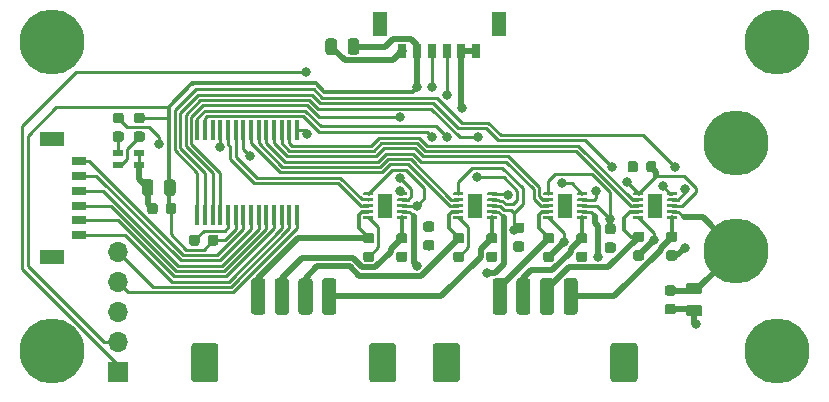
<source format=gbr>
%TF.GenerationSoftware,KiCad,Pcbnew,5.1.6-1.fc32*%
%TF.CreationDate,2020-07-03T14:53:20+01:00*%
%TF.ProjectId,4dc,3464632e-6b69-4636-9164-5f7063625858,rev?*%
%TF.SameCoordinates,Original*%
%TF.FileFunction,Copper,L1,Top*%
%TF.FilePolarity,Positive*%
%FSLAX46Y46*%
G04 Gerber Fmt 4.6, Leading zero omitted, Abs format (unit mm)*
G04 Created by KiCad (PCBNEW 5.1.6-1.fc32) date 2020-07-03 14:53:20*
%MOMM*%
%LPD*%
G01*
G04 APERTURE LIST*
%TA.AperFunction,SMDPad,CuDef*%
%ADD10R,1.200000X2.000000*%
%TD*%
%TA.AperFunction,SMDPad,CuDef*%
%ADD11R,0.450000X1.750000*%
%TD*%
%TA.AperFunction,SMDPad,CuDef*%
%ADD12R,2.150000X1.300000*%
%TD*%
%TA.AperFunction,SMDPad,CuDef*%
%ADD13R,1.200000X0.800000*%
%TD*%
%TA.AperFunction,SMDPad,CuDef*%
%ADD14R,1.300000X2.150000*%
%TD*%
%TA.AperFunction,SMDPad,CuDef*%
%ADD15R,0.800000X1.200000*%
%TD*%
%TA.AperFunction,ComponentPad*%
%ADD16O,1.700000X1.700000*%
%TD*%
%TA.AperFunction,ComponentPad*%
%ADD17R,1.700000X1.700000*%
%TD*%
%TA.AperFunction,SMDPad,CuDef*%
%ADD18R,0.850000X0.500000*%
%TD*%
%TA.AperFunction,ComponentPad*%
%ADD19C,5.500000*%
%TD*%
%TA.AperFunction,ViaPad*%
%ADD20C,0.800000*%
%TD*%
%TA.AperFunction,Conductor*%
%ADD21C,0.500000*%
%TD*%
%TA.AperFunction,Conductor*%
%ADD22C,0.250000*%
%TD*%
%TA.AperFunction,Conductor*%
%ADD23C,0.350000*%
%TD*%
G04 APERTURE END LIST*
%TO.P,C3,2*%
%TO.N,GND*%
%TA.AperFunction,SMDPad,CuDef*%
G36*
G01*
X117887000Y-94866750D02*
X117887000Y-95379250D01*
G75*
G02*
X117668250Y-95598000I-218750J0D01*
G01*
X117230750Y-95598000D01*
G75*
G02*
X117012000Y-95379250I0J218750D01*
G01*
X117012000Y-94866750D01*
G75*
G02*
X117230750Y-94648000I218750J0D01*
G01*
X117668250Y-94648000D01*
G75*
G02*
X117887000Y-94866750I0J-218750D01*
G01*
G37*
%TD.AperFunction*%
%TO.P,C3,1*%
%TO.N,+3V3*%
%TA.AperFunction,SMDPad,CuDef*%
G36*
G01*
X119462000Y-94866750D02*
X119462000Y-95379250D01*
G75*
G02*
X119243250Y-95598000I-218750J0D01*
G01*
X118805750Y-95598000D01*
G75*
G02*
X118587000Y-95379250I0J218750D01*
G01*
X118587000Y-94866750D01*
G75*
G02*
X118805750Y-94648000I218750J0D01*
G01*
X119243250Y-94648000D01*
G75*
G02*
X119462000Y-94866750I0J-218750D01*
G01*
G37*
%TD.AperFunction*%
%TD*%
%TO.P,C2,2*%
%TO.N,GND*%
%TA.AperFunction,SMDPad,CuDef*%
G36*
G01*
X121443000Y-97533750D02*
X121443000Y-98046250D01*
G75*
G02*
X121224250Y-98265000I-218750J0D01*
G01*
X120786750Y-98265000D01*
G75*
G02*
X120568000Y-98046250I0J218750D01*
G01*
X120568000Y-97533750D01*
G75*
G02*
X120786750Y-97315000I218750J0D01*
G01*
X121224250Y-97315000D01*
G75*
G02*
X121443000Y-97533750I0J-218750D01*
G01*
G37*
%TD.AperFunction*%
%TO.P,C2,1*%
%TO.N,+3V3*%
%TA.AperFunction,SMDPad,CuDef*%
G36*
G01*
X123018000Y-97533750D02*
X123018000Y-98046250D01*
G75*
G02*
X122799250Y-98265000I-218750J0D01*
G01*
X122361750Y-98265000D01*
G75*
G02*
X122143000Y-98046250I0J218750D01*
G01*
X122143000Y-97533750D01*
G75*
G02*
X122361750Y-97315000I218750J0D01*
G01*
X122799250Y-97315000D01*
G75*
G02*
X123018000Y-97533750I0J-218750D01*
G01*
G37*
%TD.AperFunction*%
%TD*%
D10*
%TO.P,U3,11*%
%TO.N,N/C*%
X144780000Y-94869000D03*
%TO.P,U3,10*%
%TO.N,GND*%
%TA.AperFunction,SMDPad,CuDef*%
G36*
G01*
X145780000Y-93931500D02*
X145780000Y-93806500D01*
G75*
G02*
X145842500Y-93744000I62500J0D01*
G01*
X146592500Y-93744000D01*
G75*
G02*
X146655000Y-93806500I0J-62500D01*
G01*
X146655000Y-93931500D01*
G75*
G02*
X146592500Y-93994000I-62500J0D01*
G01*
X145842500Y-93994000D01*
G75*
G02*
X145780000Y-93931500I0J62500D01*
G01*
G37*
%TD.AperFunction*%
%TO.P,U3,9*%
%TO.N,Net-(U1-Pad17)*%
%TA.AperFunction,SMDPad,CuDef*%
G36*
G01*
X145780000Y-94431500D02*
X145780000Y-94306500D01*
G75*
G02*
X145842500Y-94244000I62500J0D01*
G01*
X146592500Y-94244000D01*
G75*
G02*
X146655000Y-94306500I0J-62500D01*
G01*
X146655000Y-94431500D01*
G75*
G02*
X146592500Y-94494000I-62500J0D01*
G01*
X145842500Y-94494000D01*
G75*
G02*
X145780000Y-94431500I0J62500D01*
G01*
G37*
%TD.AperFunction*%
%TO.P,U3,8*%
%TO.N,+3V3*%
%TA.AperFunction,SMDPad,CuDef*%
G36*
G01*
X145780000Y-94931500D02*
X145780000Y-94806500D01*
G75*
G02*
X145842500Y-94744000I62500J0D01*
G01*
X146592500Y-94744000D01*
G75*
G02*
X146655000Y-94806500I0J-62500D01*
G01*
X146655000Y-94931500D01*
G75*
G02*
X146592500Y-94994000I-62500J0D01*
G01*
X145842500Y-94994000D01*
G75*
G02*
X145780000Y-94931500I0J62500D01*
G01*
G37*
%TD.AperFunction*%
%TO.P,U3,7*%
%TO.N,+12V*%
%TA.AperFunction,SMDPad,CuDef*%
G36*
G01*
X145780000Y-95431500D02*
X145780000Y-95306500D01*
G75*
G02*
X145842500Y-95244000I62500J0D01*
G01*
X146592500Y-95244000D01*
G75*
G02*
X146655000Y-95306500I0J-62500D01*
G01*
X146655000Y-95431500D01*
G75*
G02*
X146592500Y-95494000I-62500J0D01*
G01*
X145842500Y-95494000D01*
G75*
G02*
X145780000Y-95431500I0J62500D01*
G01*
G37*
%TD.AperFunction*%
%TO.P,U3,6*%
%TO.N,Net-(C11-Pad1)*%
%TA.AperFunction,SMDPad,CuDef*%
G36*
G01*
X145780000Y-95931500D02*
X145780000Y-95806500D01*
G75*
G02*
X145842500Y-95744000I62500J0D01*
G01*
X146592500Y-95744000D01*
G75*
G02*
X146655000Y-95806500I0J-62500D01*
G01*
X146655000Y-95931500D01*
G75*
G02*
X146592500Y-95994000I-62500J0D01*
G01*
X145842500Y-95994000D01*
G75*
G02*
X145780000Y-95931500I0J62500D01*
G01*
G37*
%TD.AperFunction*%
%TO.P,U3,5*%
%TO.N,GND*%
%TA.AperFunction,SMDPad,CuDef*%
G36*
G01*
X142905000Y-95931500D02*
X142905000Y-95806500D01*
G75*
G02*
X142967500Y-95744000I62500J0D01*
G01*
X143717500Y-95744000D01*
G75*
G02*
X143780000Y-95806500I0J-62500D01*
G01*
X143780000Y-95931500D01*
G75*
G02*
X143717500Y-95994000I-62500J0D01*
G01*
X142967500Y-95994000D01*
G75*
G02*
X142905000Y-95931500I0J62500D01*
G01*
G37*
%TD.AperFunction*%
%TO.P,U3,4*%
%TO.N,Net-(C13-Pad1)*%
%TA.AperFunction,SMDPad,CuDef*%
G36*
G01*
X142905000Y-95431500D02*
X142905000Y-95306500D01*
G75*
G02*
X142967500Y-95244000I62500J0D01*
G01*
X143717500Y-95244000D01*
G75*
G02*
X143780000Y-95306500I0J-62500D01*
G01*
X143780000Y-95431500D01*
G75*
G02*
X143717500Y-95494000I-62500J0D01*
G01*
X142967500Y-95494000D01*
G75*
G02*
X142905000Y-95431500I0J62500D01*
G01*
G37*
%TD.AperFunction*%
%TO.P,U3,3*%
%TO.N,Net-(U1-Pad7)*%
%TA.AperFunction,SMDPad,CuDef*%
G36*
G01*
X142905000Y-94931500D02*
X142905000Y-94806500D01*
G75*
G02*
X142967500Y-94744000I62500J0D01*
G01*
X143717500Y-94744000D01*
G75*
G02*
X143780000Y-94806500I0J-62500D01*
G01*
X143780000Y-94931500D01*
G75*
G02*
X143717500Y-94994000I-62500J0D01*
G01*
X142967500Y-94994000D01*
G75*
G02*
X142905000Y-94931500I0J62500D01*
G01*
G37*
%TD.AperFunction*%
%TO.P,U3,2*%
%TO.N,Net-(U1-Pad6)*%
%TA.AperFunction,SMDPad,CuDef*%
G36*
G01*
X142905000Y-94431500D02*
X142905000Y-94306500D01*
G75*
G02*
X142967500Y-94244000I62500J0D01*
G01*
X143717500Y-94244000D01*
G75*
G02*
X143780000Y-94306500I0J-62500D01*
G01*
X143780000Y-94431500D01*
G75*
G02*
X143717500Y-94494000I-62500J0D01*
G01*
X142967500Y-94494000D01*
G75*
G02*
X142905000Y-94431500I0J62500D01*
G01*
G37*
%TD.AperFunction*%
%TO.P,U3,1*%
%TO.N,+3V3*%
%TA.AperFunction,SMDPad,CuDef*%
G36*
G01*
X142905000Y-93931500D02*
X142905000Y-93806500D01*
G75*
G02*
X142967500Y-93744000I62500J0D01*
G01*
X143717500Y-93744000D01*
G75*
G02*
X143780000Y-93806500I0J-62500D01*
G01*
X143780000Y-93931500D01*
G75*
G02*
X143717500Y-93994000I-62500J0D01*
G01*
X142967500Y-93994000D01*
G75*
G02*
X142905000Y-93931500I0J62500D01*
G01*
G37*
%TD.AperFunction*%
%TD*%
%TO.P,U4,11*%
%TO.N,N/C*%
X152400000Y-94869000D03*
%TO.P,U4,10*%
%TO.N,GND*%
%TA.AperFunction,SMDPad,CuDef*%
G36*
G01*
X153400000Y-93931500D02*
X153400000Y-93806500D01*
G75*
G02*
X153462500Y-93744000I62500J0D01*
G01*
X154212500Y-93744000D01*
G75*
G02*
X154275000Y-93806500I0J-62500D01*
G01*
X154275000Y-93931500D01*
G75*
G02*
X154212500Y-93994000I-62500J0D01*
G01*
X153462500Y-93994000D01*
G75*
G02*
X153400000Y-93931500I0J62500D01*
G01*
G37*
%TD.AperFunction*%
%TO.P,U4,9*%
%TO.N,Net-(U1-Pad16)*%
%TA.AperFunction,SMDPad,CuDef*%
G36*
G01*
X153400000Y-94431500D02*
X153400000Y-94306500D01*
G75*
G02*
X153462500Y-94244000I62500J0D01*
G01*
X154212500Y-94244000D01*
G75*
G02*
X154275000Y-94306500I0J-62500D01*
G01*
X154275000Y-94431500D01*
G75*
G02*
X154212500Y-94494000I-62500J0D01*
G01*
X153462500Y-94494000D01*
G75*
G02*
X153400000Y-94431500I0J62500D01*
G01*
G37*
%TD.AperFunction*%
%TO.P,U4,8*%
%TO.N,+3V3*%
%TA.AperFunction,SMDPad,CuDef*%
G36*
G01*
X153400000Y-94931500D02*
X153400000Y-94806500D01*
G75*
G02*
X153462500Y-94744000I62500J0D01*
G01*
X154212500Y-94744000D01*
G75*
G02*
X154275000Y-94806500I0J-62500D01*
G01*
X154275000Y-94931500D01*
G75*
G02*
X154212500Y-94994000I-62500J0D01*
G01*
X153462500Y-94994000D01*
G75*
G02*
X153400000Y-94931500I0J62500D01*
G01*
G37*
%TD.AperFunction*%
%TO.P,U4,7*%
%TO.N,+12V*%
%TA.AperFunction,SMDPad,CuDef*%
G36*
G01*
X153400000Y-95431500D02*
X153400000Y-95306500D01*
G75*
G02*
X153462500Y-95244000I62500J0D01*
G01*
X154212500Y-95244000D01*
G75*
G02*
X154275000Y-95306500I0J-62500D01*
G01*
X154275000Y-95431500D01*
G75*
G02*
X154212500Y-95494000I-62500J0D01*
G01*
X153462500Y-95494000D01*
G75*
G02*
X153400000Y-95431500I0J62500D01*
G01*
G37*
%TD.AperFunction*%
%TO.P,U4,6*%
%TO.N,Net-(C16-Pad1)*%
%TA.AperFunction,SMDPad,CuDef*%
G36*
G01*
X153400000Y-95931500D02*
X153400000Y-95806500D01*
G75*
G02*
X153462500Y-95744000I62500J0D01*
G01*
X154212500Y-95744000D01*
G75*
G02*
X154275000Y-95806500I0J-62500D01*
G01*
X154275000Y-95931500D01*
G75*
G02*
X154212500Y-95994000I-62500J0D01*
G01*
X153462500Y-95994000D01*
G75*
G02*
X153400000Y-95931500I0J62500D01*
G01*
G37*
%TD.AperFunction*%
%TO.P,U4,5*%
%TO.N,GND*%
%TA.AperFunction,SMDPad,CuDef*%
G36*
G01*
X150525000Y-95931500D02*
X150525000Y-95806500D01*
G75*
G02*
X150587500Y-95744000I62500J0D01*
G01*
X151337500Y-95744000D01*
G75*
G02*
X151400000Y-95806500I0J-62500D01*
G01*
X151400000Y-95931500D01*
G75*
G02*
X151337500Y-95994000I-62500J0D01*
G01*
X150587500Y-95994000D01*
G75*
G02*
X150525000Y-95931500I0J62500D01*
G01*
G37*
%TD.AperFunction*%
%TO.P,U4,4*%
%TO.N,Net-(C18-Pad1)*%
%TA.AperFunction,SMDPad,CuDef*%
G36*
G01*
X150525000Y-95431500D02*
X150525000Y-95306500D01*
G75*
G02*
X150587500Y-95244000I62500J0D01*
G01*
X151337500Y-95244000D01*
G75*
G02*
X151400000Y-95306500I0J-62500D01*
G01*
X151400000Y-95431500D01*
G75*
G02*
X151337500Y-95494000I-62500J0D01*
G01*
X150587500Y-95494000D01*
G75*
G02*
X150525000Y-95431500I0J62500D01*
G01*
G37*
%TD.AperFunction*%
%TO.P,U4,3*%
%TO.N,Net-(U1-Pad5)*%
%TA.AperFunction,SMDPad,CuDef*%
G36*
G01*
X150525000Y-94931500D02*
X150525000Y-94806500D01*
G75*
G02*
X150587500Y-94744000I62500J0D01*
G01*
X151337500Y-94744000D01*
G75*
G02*
X151400000Y-94806500I0J-62500D01*
G01*
X151400000Y-94931500D01*
G75*
G02*
X151337500Y-94994000I-62500J0D01*
G01*
X150587500Y-94994000D01*
G75*
G02*
X150525000Y-94931500I0J62500D01*
G01*
G37*
%TD.AperFunction*%
%TO.P,U4,2*%
%TO.N,Net-(U1-Pad4)*%
%TA.AperFunction,SMDPad,CuDef*%
G36*
G01*
X150525000Y-94431500D02*
X150525000Y-94306500D01*
G75*
G02*
X150587500Y-94244000I62500J0D01*
G01*
X151337500Y-94244000D01*
G75*
G02*
X151400000Y-94306500I0J-62500D01*
G01*
X151400000Y-94431500D01*
G75*
G02*
X151337500Y-94494000I-62500J0D01*
G01*
X150587500Y-94494000D01*
G75*
G02*
X150525000Y-94431500I0J62500D01*
G01*
G37*
%TD.AperFunction*%
%TO.P,U4,1*%
%TO.N,+3V3*%
%TA.AperFunction,SMDPad,CuDef*%
G36*
G01*
X150525000Y-93931500D02*
X150525000Y-93806500D01*
G75*
G02*
X150587500Y-93744000I62500J0D01*
G01*
X151337500Y-93744000D01*
G75*
G02*
X151400000Y-93806500I0J-62500D01*
G01*
X151400000Y-93931500D01*
G75*
G02*
X151337500Y-93994000I-62500J0D01*
G01*
X150587500Y-93994000D01*
G75*
G02*
X150525000Y-93931500I0J62500D01*
G01*
G37*
%TD.AperFunction*%
%TD*%
%TO.P,U5,11*%
%TO.N,N/C*%
X160020000Y-94869000D03*
%TO.P,U5,10*%
%TO.N,GND*%
%TA.AperFunction,SMDPad,CuDef*%
G36*
G01*
X161020000Y-93931500D02*
X161020000Y-93806500D01*
G75*
G02*
X161082500Y-93744000I62500J0D01*
G01*
X161832500Y-93744000D01*
G75*
G02*
X161895000Y-93806500I0J-62500D01*
G01*
X161895000Y-93931500D01*
G75*
G02*
X161832500Y-93994000I-62500J0D01*
G01*
X161082500Y-93994000D01*
G75*
G02*
X161020000Y-93931500I0J62500D01*
G01*
G37*
%TD.AperFunction*%
%TO.P,U5,9*%
%TO.N,Net-(U1-Pad15)*%
%TA.AperFunction,SMDPad,CuDef*%
G36*
G01*
X161020000Y-94431500D02*
X161020000Y-94306500D01*
G75*
G02*
X161082500Y-94244000I62500J0D01*
G01*
X161832500Y-94244000D01*
G75*
G02*
X161895000Y-94306500I0J-62500D01*
G01*
X161895000Y-94431500D01*
G75*
G02*
X161832500Y-94494000I-62500J0D01*
G01*
X161082500Y-94494000D01*
G75*
G02*
X161020000Y-94431500I0J62500D01*
G01*
G37*
%TD.AperFunction*%
%TO.P,U5,8*%
%TO.N,+3V3*%
%TA.AperFunction,SMDPad,CuDef*%
G36*
G01*
X161020000Y-94931500D02*
X161020000Y-94806500D01*
G75*
G02*
X161082500Y-94744000I62500J0D01*
G01*
X161832500Y-94744000D01*
G75*
G02*
X161895000Y-94806500I0J-62500D01*
G01*
X161895000Y-94931500D01*
G75*
G02*
X161832500Y-94994000I-62500J0D01*
G01*
X161082500Y-94994000D01*
G75*
G02*
X161020000Y-94931500I0J62500D01*
G01*
G37*
%TD.AperFunction*%
%TO.P,U5,7*%
%TO.N,+12V*%
%TA.AperFunction,SMDPad,CuDef*%
G36*
G01*
X161020000Y-95431500D02*
X161020000Y-95306500D01*
G75*
G02*
X161082500Y-95244000I62500J0D01*
G01*
X161832500Y-95244000D01*
G75*
G02*
X161895000Y-95306500I0J-62500D01*
G01*
X161895000Y-95431500D01*
G75*
G02*
X161832500Y-95494000I-62500J0D01*
G01*
X161082500Y-95494000D01*
G75*
G02*
X161020000Y-95431500I0J62500D01*
G01*
G37*
%TD.AperFunction*%
%TO.P,U5,6*%
%TO.N,Net-(C12-Pad1)*%
%TA.AperFunction,SMDPad,CuDef*%
G36*
G01*
X161020000Y-95931500D02*
X161020000Y-95806500D01*
G75*
G02*
X161082500Y-95744000I62500J0D01*
G01*
X161832500Y-95744000D01*
G75*
G02*
X161895000Y-95806500I0J-62500D01*
G01*
X161895000Y-95931500D01*
G75*
G02*
X161832500Y-95994000I-62500J0D01*
G01*
X161082500Y-95994000D01*
G75*
G02*
X161020000Y-95931500I0J62500D01*
G01*
G37*
%TD.AperFunction*%
%TO.P,U5,5*%
%TO.N,GND*%
%TA.AperFunction,SMDPad,CuDef*%
G36*
G01*
X158145000Y-95931500D02*
X158145000Y-95806500D01*
G75*
G02*
X158207500Y-95744000I62500J0D01*
G01*
X158957500Y-95744000D01*
G75*
G02*
X159020000Y-95806500I0J-62500D01*
G01*
X159020000Y-95931500D01*
G75*
G02*
X158957500Y-95994000I-62500J0D01*
G01*
X158207500Y-95994000D01*
G75*
G02*
X158145000Y-95931500I0J62500D01*
G01*
G37*
%TD.AperFunction*%
%TO.P,U5,4*%
%TO.N,Net-(C14-Pad1)*%
%TA.AperFunction,SMDPad,CuDef*%
G36*
G01*
X158145000Y-95431500D02*
X158145000Y-95306500D01*
G75*
G02*
X158207500Y-95244000I62500J0D01*
G01*
X158957500Y-95244000D01*
G75*
G02*
X159020000Y-95306500I0J-62500D01*
G01*
X159020000Y-95431500D01*
G75*
G02*
X158957500Y-95494000I-62500J0D01*
G01*
X158207500Y-95494000D01*
G75*
G02*
X158145000Y-95431500I0J62500D01*
G01*
G37*
%TD.AperFunction*%
%TO.P,U5,3*%
%TO.N,Net-(U1-Pad3)*%
%TA.AperFunction,SMDPad,CuDef*%
G36*
G01*
X158145000Y-94931500D02*
X158145000Y-94806500D01*
G75*
G02*
X158207500Y-94744000I62500J0D01*
G01*
X158957500Y-94744000D01*
G75*
G02*
X159020000Y-94806500I0J-62500D01*
G01*
X159020000Y-94931500D01*
G75*
G02*
X158957500Y-94994000I-62500J0D01*
G01*
X158207500Y-94994000D01*
G75*
G02*
X158145000Y-94931500I0J62500D01*
G01*
G37*
%TD.AperFunction*%
%TO.P,U5,2*%
%TO.N,Net-(U1-Pad2)*%
%TA.AperFunction,SMDPad,CuDef*%
G36*
G01*
X158145000Y-94431500D02*
X158145000Y-94306500D01*
G75*
G02*
X158207500Y-94244000I62500J0D01*
G01*
X158957500Y-94244000D01*
G75*
G02*
X159020000Y-94306500I0J-62500D01*
G01*
X159020000Y-94431500D01*
G75*
G02*
X158957500Y-94494000I-62500J0D01*
G01*
X158207500Y-94494000D01*
G75*
G02*
X158145000Y-94431500I0J62500D01*
G01*
G37*
%TD.AperFunction*%
%TO.P,U5,1*%
%TO.N,+3V3*%
%TA.AperFunction,SMDPad,CuDef*%
G36*
G01*
X158145000Y-93931500D02*
X158145000Y-93806500D01*
G75*
G02*
X158207500Y-93744000I62500J0D01*
G01*
X158957500Y-93744000D01*
G75*
G02*
X159020000Y-93806500I0J-62500D01*
G01*
X159020000Y-93931500D01*
G75*
G02*
X158957500Y-93994000I-62500J0D01*
G01*
X158207500Y-93994000D01*
G75*
G02*
X158145000Y-93931500I0J62500D01*
G01*
G37*
%TD.AperFunction*%
%TD*%
%TO.P,U2,11*%
%TO.N,N/C*%
X137160000Y-94869000D03*
%TO.P,U2,10*%
%TO.N,GND*%
%TA.AperFunction,SMDPad,CuDef*%
G36*
G01*
X138160000Y-93931500D02*
X138160000Y-93806500D01*
G75*
G02*
X138222500Y-93744000I62500J0D01*
G01*
X138972500Y-93744000D01*
G75*
G02*
X139035000Y-93806500I0J-62500D01*
G01*
X139035000Y-93931500D01*
G75*
G02*
X138972500Y-93994000I-62500J0D01*
G01*
X138222500Y-93994000D01*
G75*
G02*
X138160000Y-93931500I0J62500D01*
G01*
G37*
%TD.AperFunction*%
%TO.P,U2,9*%
%TO.N,Net-(U1-Pad18)*%
%TA.AperFunction,SMDPad,CuDef*%
G36*
G01*
X138160000Y-94431500D02*
X138160000Y-94306500D01*
G75*
G02*
X138222500Y-94244000I62500J0D01*
G01*
X138972500Y-94244000D01*
G75*
G02*
X139035000Y-94306500I0J-62500D01*
G01*
X139035000Y-94431500D01*
G75*
G02*
X138972500Y-94494000I-62500J0D01*
G01*
X138222500Y-94494000D01*
G75*
G02*
X138160000Y-94431500I0J62500D01*
G01*
G37*
%TD.AperFunction*%
%TO.P,U2,8*%
%TO.N,+3V3*%
%TA.AperFunction,SMDPad,CuDef*%
G36*
G01*
X138160000Y-94931500D02*
X138160000Y-94806500D01*
G75*
G02*
X138222500Y-94744000I62500J0D01*
G01*
X138972500Y-94744000D01*
G75*
G02*
X139035000Y-94806500I0J-62500D01*
G01*
X139035000Y-94931500D01*
G75*
G02*
X138972500Y-94994000I-62500J0D01*
G01*
X138222500Y-94994000D01*
G75*
G02*
X138160000Y-94931500I0J62500D01*
G01*
G37*
%TD.AperFunction*%
%TO.P,U2,7*%
%TO.N,+12V*%
%TA.AperFunction,SMDPad,CuDef*%
G36*
G01*
X138160000Y-95431500D02*
X138160000Y-95306500D01*
G75*
G02*
X138222500Y-95244000I62500J0D01*
G01*
X138972500Y-95244000D01*
G75*
G02*
X139035000Y-95306500I0J-62500D01*
G01*
X139035000Y-95431500D01*
G75*
G02*
X138972500Y-95494000I-62500J0D01*
G01*
X138222500Y-95494000D01*
G75*
G02*
X138160000Y-95431500I0J62500D01*
G01*
G37*
%TD.AperFunction*%
%TO.P,U2,6*%
%TO.N,Net-(C15-Pad1)*%
%TA.AperFunction,SMDPad,CuDef*%
G36*
G01*
X138160000Y-95931500D02*
X138160000Y-95806500D01*
G75*
G02*
X138222500Y-95744000I62500J0D01*
G01*
X138972500Y-95744000D01*
G75*
G02*
X139035000Y-95806500I0J-62500D01*
G01*
X139035000Y-95931500D01*
G75*
G02*
X138972500Y-95994000I-62500J0D01*
G01*
X138222500Y-95994000D01*
G75*
G02*
X138160000Y-95931500I0J62500D01*
G01*
G37*
%TD.AperFunction*%
%TO.P,U2,5*%
%TO.N,GND*%
%TA.AperFunction,SMDPad,CuDef*%
G36*
G01*
X135285000Y-95931500D02*
X135285000Y-95806500D01*
G75*
G02*
X135347500Y-95744000I62500J0D01*
G01*
X136097500Y-95744000D01*
G75*
G02*
X136160000Y-95806500I0J-62500D01*
G01*
X136160000Y-95931500D01*
G75*
G02*
X136097500Y-95994000I-62500J0D01*
G01*
X135347500Y-95994000D01*
G75*
G02*
X135285000Y-95931500I0J62500D01*
G01*
G37*
%TD.AperFunction*%
%TO.P,U2,4*%
%TO.N,Net-(C17-Pad1)*%
%TA.AperFunction,SMDPad,CuDef*%
G36*
G01*
X135285000Y-95431500D02*
X135285000Y-95306500D01*
G75*
G02*
X135347500Y-95244000I62500J0D01*
G01*
X136097500Y-95244000D01*
G75*
G02*
X136160000Y-95306500I0J-62500D01*
G01*
X136160000Y-95431500D01*
G75*
G02*
X136097500Y-95494000I-62500J0D01*
G01*
X135347500Y-95494000D01*
G75*
G02*
X135285000Y-95431500I0J62500D01*
G01*
G37*
%TD.AperFunction*%
%TO.P,U2,3*%
%TO.N,Net-(U1-Pad10)*%
%TA.AperFunction,SMDPad,CuDef*%
G36*
G01*
X135285000Y-94931500D02*
X135285000Y-94806500D01*
G75*
G02*
X135347500Y-94744000I62500J0D01*
G01*
X136097500Y-94744000D01*
G75*
G02*
X136160000Y-94806500I0J-62500D01*
G01*
X136160000Y-94931500D01*
G75*
G02*
X136097500Y-94994000I-62500J0D01*
G01*
X135347500Y-94994000D01*
G75*
G02*
X135285000Y-94931500I0J62500D01*
G01*
G37*
%TD.AperFunction*%
%TO.P,U2,2*%
%TO.N,Net-(U1-Pad9)*%
%TA.AperFunction,SMDPad,CuDef*%
G36*
G01*
X135285000Y-94431500D02*
X135285000Y-94306500D01*
G75*
G02*
X135347500Y-94244000I62500J0D01*
G01*
X136097500Y-94244000D01*
G75*
G02*
X136160000Y-94306500I0J-62500D01*
G01*
X136160000Y-94431500D01*
G75*
G02*
X136097500Y-94494000I-62500J0D01*
G01*
X135347500Y-94494000D01*
G75*
G02*
X135285000Y-94431500I0J62500D01*
G01*
G37*
%TD.AperFunction*%
%TO.P,U2,1*%
%TO.N,+3V3*%
%TA.AperFunction,SMDPad,CuDef*%
G36*
G01*
X135285000Y-93931500D02*
X135285000Y-93806500D01*
G75*
G02*
X135347500Y-93744000I62500J0D01*
G01*
X136097500Y-93744000D01*
G75*
G02*
X136160000Y-93806500I0J-62500D01*
G01*
X136160000Y-93931500D01*
G75*
G02*
X136097500Y-93994000I-62500J0D01*
G01*
X135347500Y-93994000D01*
G75*
G02*
X135285000Y-93931500I0J62500D01*
G01*
G37*
%TD.AperFunction*%
%TD*%
D11*
%TO.P,U1,28*%
%TO.N,Net-(J1-Pad4)*%
X129701000Y-95675000D03*
%TO.P,U1,27*%
%TO.N,Net-(J1-Pad5)*%
X129051000Y-95675000D03*
%TO.P,U1,26*%
%TO.N,Net-(J4-Pad6)*%
X128401000Y-95675000D03*
%TO.P,U1,25*%
%TO.N,Net-(J4-Pad5)*%
X127751000Y-95675000D03*
%TO.P,U1,24*%
%TO.N,Net-(J4-Pad4)*%
X127101000Y-95675000D03*
%TO.P,U1,23*%
%TO.N,Net-(J4-Pad3)*%
X126451000Y-95675000D03*
%TO.P,U1,22*%
%TO.N,Net-(J4-Pad2)*%
X125801000Y-95675000D03*
%TO.P,U1,21*%
%TO.N,Net-(J4-Pad1)*%
X125151000Y-95675000D03*
%TO.P,U1,20*%
%TO.N,+3V3*%
X124501000Y-95675000D03*
%TO.P,U1,19*%
%TO.N,GND*%
X123851000Y-95675000D03*
%TO.P,U1,18*%
%TO.N,Net-(U1-Pad18)*%
X123201000Y-95675000D03*
%TO.P,U1,17*%
%TO.N,Net-(U1-Pad17)*%
X122551000Y-95675000D03*
%TO.P,U1,16*%
%TO.N,Net-(U1-Pad16)*%
X121901000Y-95675000D03*
%TO.P,U1,15*%
%TO.N,Net-(U1-Pad15)*%
X121251000Y-95675000D03*
%TO.P,U1,14*%
%TO.N,Net-(J2-Pad4)*%
X121251000Y-88475000D03*
%TO.P,U1,13*%
%TO.N,Net-(J2-Pad3)*%
X121901000Y-88475000D03*
%TO.P,U1,12*%
%TO.N,Net-(U1-Pad12)*%
X122551000Y-88475000D03*
%TO.P,U1,11*%
%TO.N,Net-(R2-Pad1)*%
X123201000Y-88475000D03*
%TO.P,U1,10*%
%TO.N,Net-(U1-Pad10)*%
X123851000Y-88475000D03*
%TO.P,U1,9*%
%TO.N,Net-(U1-Pad9)*%
X124501000Y-88475000D03*
%TO.P,U1,8*%
%TO.N,GND*%
X125151000Y-88475000D03*
%TO.P,U1,7*%
%TO.N,Net-(U1-Pad7)*%
X125801000Y-88475000D03*
%TO.P,U1,6*%
%TO.N,Net-(U1-Pad6)*%
X126451000Y-88475000D03*
%TO.P,U1,5*%
%TO.N,Net-(U1-Pad5)*%
X127101000Y-88475000D03*
%TO.P,U1,4*%
%TO.N,Net-(U1-Pad4)*%
X127751000Y-88475000D03*
%TO.P,U1,3*%
%TO.N,Net-(U1-Pad3)*%
X128401000Y-88475000D03*
%TO.P,U1,2*%
%TO.N,Net-(U1-Pad2)*%
X129051000Y-88475000D03*
%TO.P,U1,1*%
%TO.N,Net-(J1-Pad1)*%
X129701000Y-88475000D03*
%TD*%
%TO.P,R2,2*%
%TO.N,Net-(D1-Pad3)*%
%TA.AperFunction,SMDPad,CuDef*%
G36*
G01*
X114297750Y-88589500D02*
X114810250Y-88589500D01*
G75*
G02*
X115029000Y-88808250I0J-218750D01*
G01*
X115029000Y-89245750D01*
G75*
G02*
X114810250Y-89464500I-218750J0D01*
G01*
X114297750Y-89464500D01*
G75*
G02*
X114079000Y-89245750I0J218750D01*
G01*
X114079000Y-88808250D01*
G75*
G02*
X114297750Y-88589500I218750J0D01*
G01*
G37*
%TD.AperFunction*%
%TO.P,R2,1*%
%TO.N,Net-(R2-Pad1)*%
%TA.AperFunction,SMDPad,CuDef*%
G36*
G01*
X114297750Y-87014500D02*
X114810250Y-87014500D01*
G75*
G02*
X115029000Y-87233250I0J-218750D01*
G01*
X115029000Y-87670750D01*
G75*
G02*
X114810250Y-87889500I-218750J0D01*
G01*
X114297750Y-87889500D01*
G75*
G02*
X114079000Y-87670750I0J218750D01*
G01*
X114079000Y-87233250D01*
G75*
G02*
X114297750Y-87014500I218750J0D01*
G01*
G37*
%TD.AperFunction*%
%TD*%
%TO.P,R1,2*%
%TO.N,Net-(D1-Pad1)*%
%TA.AperFunction,SMDPad,CuDef*%
G36*
G01*
X116075750Y-88589500D02*
X116588250Y-88589500D01*
G75*
G02*
X116807000Y-88808250I0J-218750D01*
G01*
X116807000Y-89245750D01*
G75*
G02*
X116588250Y-89464500I-218750J0D01*
G01*
X116075750Y-89464500D01*
G75*
G02*
X115857000Y-89245750I0J218750D01*
G01*
X115857000Y-88808250D01*
G75*
G02*
X116075750Y-88589500I218750J0D01*
G01*
G37*
%TD.AperFunction*%
%TO.P,R1,1*%
%TO.N,+3V3*%
%TA.AperFunction,SMDPad,CuDef*%
G36*
G01*
X116075750Y-87014500D02*
X116588250Y-87014500D01*
G75*
G02*
X116807000Y-87233250I0J-218750D01*
G01*
X116807000Y-87670750D01*
G75*
G02*
X116588250Y-87889500I-218750J0D01*
G01*
X116075750Y-87889500D01*
G75*
G02*
X115857000Y-87670750I0J218750D01*
G01*
X115857000Y-87233250D01*
G75*
G02*
X116075750Y-87014500I218750J0D01*
G01*
G37*
%TD.AperFunction*%
%TD*%
%TO.P,J6,MP*%
%TO.N,N/C*%
%TA.AperFunction,SMDPad,CuDef*%
G36*
G01*
X156230000Y-109560000D02*
X156230000Y-106760000D01*
G75*
G02*
X156480000Y-106510000I250000J0D01*
G01*
X158280000Y-106510000D01*
G75*
G02*
X158530000Y-106760000I0J-250000D01*
G01*
X158530000Y-109560000D01*
G75*
G02*
X158280000Y-109810000I-250000J0D01*
G01*
X156480000Y-109810000D01*
G75*
G02*
X156230000Y-109560000I0J250000D01*
G01*
G37*
%TD.AperFunction*%
%TA.AperFunction,SMDPad,CuDef*%
G36*
G01*
X141190000Y-109560000D02*
X141190000Y-106760000D01*
G75*
G02*
X141440000Y-106510000I250000J0D01*
G01*
X143240000Y-106510000D01*
G75*
G02*
X143490000Y-106760000I0J-250000D01*
G01*
X143490000Y-109560000D01*
G75*
G02*
X143240000Y-109810000I-250000J0D01*
G01*
X141440000Y-109810000D01*
G75*
G02*
X141190000Y-109560000I0J250000D01*
G01*
G37*
%TD.AperFunction*%
%TO.P,J6,4*%
%TO.N,Net-(C12-Pad1)*%
%TA.AperFunction,SMDPad,CuDef*%
G36*
G01*
X152260000Y-103860001D02*
X152260000Y-101259999D01*
G75*
G02*
X152509999Y-101010000I249999J0D01*
G01*
X153210001Y-101010000D01*
G75*
G02*
X153460000Y-101259999I0J-249999D01*
G01*
X153460000Y-103860001D01*
G75*
G02*
X153210001Y-104110000I-249999J0D01*
G01*
X152509999Y-104110000D01*
G75*
G02*
X152260000Y-103860001I0J249999D01*
G01*
G37*
%TD.AperFunction*%
%TO.P,J6,3*%
%TO.N,Net-(C14-Pad1)*%
%TA.AperFunction,SMDPad,CuDef*%
G36*
G01*
X150260000Y-103860001D02*
X150260000Y-101259999D01*
G75*
G02*
X150509999Y-101010000I249999J0D01*
G01*
X151210001Y-101010000D01*
G75*
G02*
X151460000Y-101259999I0J-249999D01*
G01*
X151460000Y-103860001D01*
G75*
G02*
X151210001Y-104110000I-249999J0D01*
G01*
X150509999Y-104110000D01*
G75*
G02*
X150260000Y-103860001I0J249999D01*
G01*
G37*
%TD.AperFunction*%
%TO.P,J6,2*%
%TO.N,Net-(C16-Pad1)*%
%TA.AperFunction,SMDPad,CuDef*%
G36*
G01*
X148260000Y-103860001D02*
X148260000Y-101259999D01*
G75*
G02*
X148509999Y-101010000I249999J0D01*
G01*
X149210001Y-101010000D01*
G75*
G02*
X149460000Y-101259999I0J-249999D01*
G01*
X149460000Y-103860001D01*
G75*
G02*
X149210001Y-104110000I-249999J0D01*
G01*
X148509999Y-104110000D01*
G75*
G02*
X148260000Y-103860001I0J249999D01*
G01*
G37*
%TD.AperFunction*%
%TO.P,J6,1*%
%TO.N,Net-(C18-Pad1)*%
%TA.AperFunction,SMDPad,CuDef*%
G36*
G01*
X146260000Y-103860001D02*
X146260000Y-101259999D01*
G75*
G02*
X146509999Y-101010000I249999J0D01*
G01*
X147210001Y-101010000D01*
G75*
G02*
X147460000Y-101259999I0J-249999D01*
G01*
X147460000Y-103860001D01*
G75*
G02*
X147210001Y-104110000I-249999J0D01*
G01*
X146509999Y-104110000D01*
G75*
G02*
X146260000Y-103860001I0J249999D01*
G01*
G37*
%TD.AperFunction*%
%TD*%
%TO.P,J5,MP*%
%TO.N,N/C*%
%TA.AperFunction,SMDPad,CuDef*%
G36*
G01*
X135783000Y-109560000D02*
X135783000Y-106760000D01*
G75*
G02*
X136033000Y-106510000I250000J0D01*
G01*
X137833000Y-106510000D01*
G75*
G02*
X138083000Y-106760000I0J-250000D01*
G01*
X138083000Y-109560000D01*
G75*
G02*
X137833000Y-109810000I-250000J0D01*
G01*
X136033000Y-109810000D01*
G75*
G02*
X135783000Y-109560000I0J250000D01*
G01*
G37*
%TD.AperFunction*%
%TA.AperFunction,SMDPad,CuDef*%
G36*
G01*
X120743000Y-109560000D02*
X120743000Y-106760000D01*
G75*
G02*
X120993000Y-106510000I250000J0D01*
G01*
X122793000Y-106510000D01*
G75*
G02*
X123043000Y-106760000I0J-250000D01*
G01*
X123043000Y-109560000D01*
G75*
G02*
X122793000Y-109810000I-250000J0D01*
G01*
X120993000Y-109810000D01*
G75*
G02*
X120743000Y-109560000I0J250000D01*
G01*
G37*
%TD.AperFunction*%
%TO.P,J5,4*%
%TO.N,Net-(C11-Pad1)*%
%TA.AperFunction,SMDPad,CuDef*%
G36*
G01*
X131813000Y-103860001D02*
X131813000Y-101259999D01*
G75*
G02*
X132062999Y-101010000I249999J0D01*
G01*
X132763001Y-101010000D01*
G75*
G02*
X133013000Y-101259999I0J-249999D01*
G01*
X133013000Y-103860001D01*
G75*
G02*
X132763001Y-104110000I-249999J0D01*
G01*
X132062999Y-104110000D01*
G75*
G02*
X131813000Y-103860001I0J249999D01*
G01*
G37*
%TD.AperFunction*%
%TO.P,J5,3*%
%TO.N,Net-(C13-Pad1)*%
%TA.AperFunction,SMDPad,CuDef*%
G36*
G01*
X129813000Y-103860001D02*
X129813000Y-101259999D01*
G75*
G02*
X130062999Y-101010000I249999J0D01*
G01*
X130763001Y-101010000D01*
G75*
G02*
X131013000Y-101259999I0J-249999D01*
G01*
X131013000Y-103860001D01*
G75*
G02*
X130763001Y-104110000I-249999J0D01*
G01*
X130062999Y-104110000D01*
G75*
G02*
X129813000Y-103860001I0J249999D01*
G01*
G37*
%TD.AperFunction*%
%TO.P,J5,2*%
%TO.N,Net-(C15-Pad1)*%
%TA.AperFunction,SMDPad,CuDef*%
G36*
G01*
X127813000Y-103860001D02*
X127813000Y-101259999D01*
G75*
G02*
X128062999Y-101010000I249999J0D01*
G01*
X128763001Y-101010000D01*
G75*
G02*
X129013000Y-101259999I0J-249999D01*
G01*
X129013000Y-103860001D01*
G75*
G02*
X128763001Y-104110000I-249999J0D01*
G01*
X128062999Y-104110000D01*
G75*
G02*
X127813000Y-103860001I0J249999D01*
G01*
G37*
%TD.AperFunction*%
%TO.P,J5,1*%
%TO.N,Net-(C17-Pad1)*%
%TA.AperFunction,SMDPad,CuDef*%
G36*
G01*
X125813000Y-103860001D02*
X125813000Y-101259999D01*
G75*
G02*
X126062999Y-101010000I249999J0D01*
G01*
X126763001Y-101010000D01*
G75*
G02*
X127013000Y-101259999I0J-249999D01*
G01*
X127013000Y-103860001D01*
G75*
G02*
X126763001Y-104110000I-249999J0D01*
G01*
X126062999Y-104110000D01*
G75*
G02*
X125813000Y-103860001I0J249999D01*
G01*
G37*
%TD.AperFunction*%
%TD*%
D12*
%TO.P,J4,*%
%TO.N,*%
X108957000Y-89209000D03*
X108957000Y-99259000D03*
D13*
%TO.P,J4,6*%
%TO.N,Net-(J4-Pad6)*%
X111252000Y-97359000D03*
%TO.P,J4,5*%
%TO.N,Net-(J4-Pad5)*%
X111252000Y-96109000D03*
%TO.P,J4,4*%
%TO.N,Net-(J4-Pad4)*%
X111252000Y-94859000D03*
%TO.P,J4,3*%
%TO.N,Net-(J4-Pad3)*%
X111252000Y-93609000D03*
%TO.P,J4,2*%
%TO.N,Net-(J4-Pad2)*%
X111252000Y-92359000D03*
%TO.P,J4,1*%
%TO.N,Net-(J4-Pad1)*%
X111252000Y-91109000D03*
%TD*%
D14*
%TO.P,J3,*%
%TO.N,*%
X146757000Y-79493000D03*
X136707000Y-79493000D03*
D15*
%TO.P,J3,6*%
%TO.N,GND*%
X138607000Y-81788000D03*
%TO.P,J3,5*%
%TO.N,+3V3*%
X139857000Y-81788000D03*
%TO.P,J3,4*%
%TO.N,Net-(J2-Pad3)*%
X141107000Y-81788000D03*
%TO.P,J3,3*%
%TO.N,Net-(J2-Pad4)*%
X142357000Y-81788000D03*
%TO.P,J3,2*%
%TO.N,Net-(J2-Pad5)*%
X143607000Y-81788000D03*
%TO.P,J3,1*%
X144857000Y-81788000D03*
%TD*%
D16*
%TO.P,J1,5*%
%TO.N,Net-(J1-Pad5)*%
X114554000Y-98806000D03*
%TO.P,J1,4*%
%TO.N,Net-(J1-Pad4)*%
X114554000Y-101346000D03*
%TO.P,J1,3*%
%TO.N,GND*%
X114554000Y-103886000D03*
%TO.P,J1,2*%
%TO.N,+3V3*%
X114554000Y-106426000D03*
D17*
%TO.P,J1,1*%
%TO.N,Net-(J1-Pad1)*%
X114554000Y-108966000D03*
%TD*%
D18*
%TO.P,D1,2*%
%TO.N,GND*%
X116304000Y-91440000D03*
%TO.P,D1,4*%
X116304000Y-90440000D03*
%TO.P,D1,3*%
%TO.N,Net-(D1-Pad3)*%
X114554000Y-90440000D03*
%TO.P,D1,1*%
%TO.N,Net-(D1-Pad1)*%
X114554000Y-91440000D03*
%TD*%
%TO.P,C18,2*%
%TO.N,GND*%
%TA.AperFunction,SMDPad,CuDef*%
G36*
G01*
X150746750Y-98775000D02*
X151259250Y-98775000D01*
G75*
G02*
X151478000Y-98993750I0J-218750D01*
G01*
X151478000Y-99431250D01*
G75*
G02*
X151259250Y-99650000I-218750J0D01*
G01*
X150746750Y-99650000D01*
G75*
G02*
X150528000Y-99431250I0J218750D01*
G01*
X150528000Y-98993750D01*
G75*
G02*
X150746750Y-98775000I218750J0D01*
G01*
G37*
%TD.AperFunction*%
%TO.P,C18,1*%
%TO.N,Net-(C18-Pad1)*%
%TA.AperFunction,SMDPad,CuDef*%
G36*
G01*
X150746750Y-97200000D02*
X151259250Y-97200000D01*
G75*
G02*
X151478000Y-97418750I0J-218750D01*
G01*
X151478000Y-97856250D01*
G75*
G02*
X151259250Y-98075000I-218750J0D01*
G01*
X150746750Y-98075000D01*
G75*
G02*
X150528000Y-97856250I0J218750D01*
G01*
X150528000Y-97418750D01*
G75*
G02*
X150746750Y-97200000I218750J0D01*
G01*
G37*
%TD.AperFunction*%
%TD*%
%TO.P,C17,2*%
%TO.N,GND*%
%TA.AperFunction,SMDPad,CuDef*%
G36*
G01*
X135506750Y-98775000D02*
X136019250Y-98775000D01*
G75*
G02*
X136238000Y-98993750I0J-218750D01*
G01*
X136238000Y-99431250D01*
G75*
G02*
X136019250Y-99650000I-218750J0D01*
G01*
X135506750Y-99650000D01*
G75*
G02*
X135288000Y-99431250I0J218750D01*
G01*
X135288000Y-98993750D01*
G75*
G02*
X135506750Y-98775000I218750J0D01*
G01*
G37*
%TD.AperFunction*%
%TO.P,C17,1*%
%TO.N,Net-(C17-Pad1)*%
%TA.AperFunction,SMDPad,CuDef*%
G36*
G01*
X135506750Y-97200000D02*
X136019250Y-97200000D01*
G75*
G02*
X136238000Y-97418750I0J-218750D01*
G01*
X136238000Y-97856250D01*
G75*
G02*
X136019250Y-98075000I-218750J0D01*
G01*
X135506750Y-98075000D01*
G75*
G02*
X135288000Y-97856250I0J218750D01*
G01*
X135288000Y-97418750D01*
G75*
G02*
X135506750Y-97200000I218750J0D01*
G01*
G37*
%TD.AperFunction*%
%TD*%
%TO.P,C16,2*%
%TO.N,GND*%
%TA.AperFunction,SMDPad,CuDef*%
G36*
G01*
X153540750Y-98775000D02*
X154053250Y-98775000D01*
G75*
G02*
X154272000Y-98993750I0J-218750D01*
G01*
X154272000Y-99431250D01*
G75*
G02*
X154053250Y-99650000I-218750J0D01*
G01*
X153540750Y-99650000D01*
G75*
G02*
X153322000Y-99431250I0J218750D01*
G01*
X153322000Y-98993750D01*
G75*
G02*
X153540750Y-98775000I218750J0D01*
G01*
G37*
%TD.AperFunction*%
%TO.P,C16,1*%
%TO.N,Net-(C16-Pad1)*%
%TA.AperFunction,SMDPad,CuDef*%
G36*
G01*
X153540750Y-97200000D02*
X154053250Y-97200000D01*
G75*
G02*
X154272000Y-97418750I0J-218750D01*
G01*
X154272000Y-97856250D01*
G75*
G02*
X154053250Y-98075000I-218750J0D01*
G01*
X153540750Y-98075000D01*
G75*
G02*
X153322000Y-97856250I0J218750D01*
G01*
X153322000Y-97418750D01*
G75*
G02*
X153540750Y-97200000I218750J0D01*
G01*
G37*
%TD.AperFunction*%
%TD*%
%TO.P,C15,2*%
%TO.N,GND*%
%TA.AperFunction,SMDPad,CuDef*%
G36*
G01*
X138300750Y-98775000D02*
X138813250Y-98775000D01*
G75*
G02*
X139032000Y-98993750I0J-218750D01*
G01*
X139032000Y-99431250D01*
G75*
G02*
X138813250Y-99650000I-218750J0D01*
G01*
X138300750Y-99650000D01*
G75*
G02*
X138082000Y-99431250I0J218750D01*
G01*
X138082000Y-98993750D01*
G75*
G02*
X138300750Y-98775000I218750J0D01*
G01*
G37*
%TD.AperFunction*%
%TO.P,C15,1*%
%TO.N,Net-(C15-Pad1)*%
%TA.AperFunction,SMDPad,CuDef*%
G36*
G01*
X138300750Y-97200000D02*
X138813250Y-97200000D01*
G75*
G02*
X139032000Y-97418750I0J-218750D01*
G01*
X139032000Y-97856250D01*
G75*
G02*
X138813250Y-98075000I-218750J0D01*
G01*
X138300750Y-98075000D01*
G75*
G02*
X138082000Y-97856250I0J218750D01*
G01*
X138082000Y-97418750D01*
G75*
G02*
X138300750Y-97200000I218750J0D01*
G01*
G37*
%TD.AperFunction*%
%TD*%
%TO.P,C14,2*%
%TO.N,GND*%
%TA.AperFunction,SMDPad,CuDef*%
G36*
G01*
X158366750Y-98648000D02*
X158879250Y-98648000D01*
G75*
G02*
X159098000Y-98866750I0J-218750D01*
G01*
X159098000Y-99304250D01*
G75*
G02*
X158879250Y-99523000I-218750J0D01*
G01*
X158366750Y-99523000D01*
G75*
G02*
X158148000Y-99304250I0J218750D01*
G01*
X158148000Y-98866750D01*
G75*
G02*
X158366750Y-98648000I218750J0D01*
G01*
G37*
%TD.AperFunction*%
%TO.P,C14,1*%
%TO.N,Net-(C14-Pad1)*%
%TA.AperFunction,SMDPad,CuDef*%
G36*
G01*
X158366750Y-97073000D02*
X158879250Y-97073000D01*
G75*
G02*
X159098000Y-97291750I0J-218750D01*
G01*
X159098000Y-97729250D01*
G75*
G02*
X158879250Y-97948000I-218750J0D01*
G01*
X158366750Y-97948000D01*
G75*
G02*
X158148000Y-97729250I0J218750D01*
G01*
X158148000Y-97291750D01*
G75*
G02*
X158366750Y-97073000I218750J0D01*
G01*
G37*
%TD.AperFunction*%
%TD*%
%TO.P,C13,2*%
%TO.N,GND*%
%TA.AperFunction,SMDPad,CuDef*%
G36*
G01*
X143126750Y-98775000D02*
X143639250Y-98775000D01*
G75*
G02*
X143858000Y-98993750I0J-218750D01*
G01*
X143858000Y-99431250D01*
G75*
G02*
X143639250Y-99650000I-218750J0D01*
G01*
X143126750Y-99650000D01*
G75*
G02*
X142908000Y-99431250I0J218750D01*
G01*
X142908000Y-98993750D01*
G75*
G02*
X143126750Y-98775000I218750J0D01*
G01*
G37*
%TD.AperFunction*%
%TO.P,C13,1*%
%TO.N,Net-(C13-Pad1)*%
%TA.AperFunction,SMDPad,CuDef*%
G36*
G01*
X143126750Y-97200000D02*
X143639250Y-97200000D01*
G75*
G02*
X143858000Y-97418750I0J-218750D01*
G01*
X143858000Y-97856250D01*
G75*
G02*
X143639250Y-98075000I-218750J0D01*
G01*
X143126750Y-98075000D01*
G75*
G02*
X142908000Y-97856250I0J218750D01*
G01*
X142908000Y-97418750D01*
G75*
G02*
X143126750Y-97200000I218750J0D01*
G01*
G37*
%TD.AperFunction*%
%TD*%
%TO.P,C12,2*%
%TO.N,GND*%
%TA.AperFunction,SMDPad,CuDef*%
G36*
G01*
X161160750Y-98648000D02*
X161673250Y-98648000D01*
G75*
G02*
X161892000Y-98866750I0J-218750D01*
G01*
X161892000Y-99304250D01*
G75*
G02*
X161673250Y-99523000I-218750J0D01*
G01*
X161160750Y-99523000D01*
G75*
G02*
X160942000Y-99304250I0J218750D01*
G01*
X160942000Y-98866750D01*
G75*
G02*
X161160750Y-98648000I218750J0D01*
G01*
G37*
%TD.AperFunction*%
%TO.P,C12,1*%
%TO.N,Net-(C12-Pad1)*%
%TA.AperFunction,SMDPad,CuDef*%
G36*
G01*
X161160750Y-97073000D02*
X161673250Y-97073000D01*
G75*
G02*
X161892000Y-97291750I0J-218750D01*
G01*
X161892000Y-97729250D01*
G75*
G02*
X161673250Y-97948000I-218750J0D01*
G01*
X161160750Y-97948000D01*
G75*
G02*
X160942000Y-97729250I0J218750D01*
G01*
X160942000Y-97291750D01*
G75*
G02*
X161160750Y-97073000I218750J0D01*
G01*
G37*
%TD.AperFunction*%
%TD*%
%TO.P,C11,2*%
%TO.N,GND*%
%TA.AperFunction,SMDPad,CuDef*%
G36*
G01*
X145920750Y-98775000D02*
X146433250Y-98775000D01*
G75*
G02*
X146652000Y-98993750I0J-218750D01*
G01*
X146652000Y-99431250D01*
G75*
G02*
X146433250Y-99650000I-218750J0D01*
G01*
X145920750Y-99650000D01*
G75*
G02*
X145702000Y-99431250I0J218750D01*
G01*
X145702000Y-98993750D01*
G75*
G02*
X145920750Y-98775000I218750J0D01*
G01*
G37*
%TD.AperFunction*%
%TO.P,C11,1*%
%TO.N,Net-(C11-Pad1)*%
%TA.AperFunction,SMDPad,CuDef*%
G36*
G01*
X145920750Y-97200000D02*
X146433250Y-97200000D01*
G75*
G02*
X146652000Y-97418750I0J-218750D01*
G01*
X146652000Y-97856250D01*
G75*
G02*
X146433250Y-98075000I-218750J0D01*
G01*
X145920750Y-98075000D01*
G75*
G02*
X145702000Y-97856250I0J218750D01*
G01*
X145702000Y-97418750D01*
G75*
G02*
X145920750Y-97200000I218750J0D01*
G01*
G37*
%TD.AperFunction*%
%TD*%
%TO.P,C10,2*%
%TO.N,GND*%
%TA.AperFunction,SMDPad,CuDef*%
G36*
G01*
X161033750Y-103194500D02*
X161546250Y-103194500D01*
G75*
G02*
X161765000Y-103413250I0J-218750D01*
G01*
X161765000Y-103850750D01*
G75*
G02*
X161546250Y-104069500I-218750J0D01*
G01*
X161033750Y-104069500D01*
G75*
G02*
X160815000Y-103850750I0J218750D01*
G01*
X160815000Y-103413250D01*
G75*
G02*
X161033750Y-103194500I218750J0D01*
G01*
G37*
%TD.AperFunction*%
%TO.P,C10,1*%
%TO.N,+12V*%
%TA.AperFunction,SMDPad,CuDef*%
G36*
G01*
X161033750Y-101619500D02*
X161546250Y-101619500D01*
G75*
G02*
X161765000Y-101838250I0J-218750D01*
G01*
X161765000Y-102275750D01*
G75*
G02*
X161546250Y-102494500I-218750J0D01*
G01*
X161033750Y-102494500D01*
G75*
G02*
X160815000Y-102275750I0J218750D01*
G01*
X160815000Y-101838250D01*
G75*
G02*
X161033750Y-101619500I218750J0D01*
G01*
G37*
%TD.AperFunction*%
%TD*%
%TO.P,C9,2*%
%TO.N,GND*%
%TA.AperFunction,SMDPad,CuDef*%
G36*
G01*
X162865750Y-103271500D02*
X163778250Y-103271500D01*
G75*
G02*
X164022000Y-103515250I0J-243750D01*
G01*
X164022000Y-104002750D01*
G75*
G02*
X163778250Y-104246500I-243750J0D01*
G01*
X162865750Y-104246500D01*
G75*
G02*
X162622000Y-104002750I0J243750D01*
G01*
X162622000Y-103515250D01*
G75*
G02*
X162865750Y-103271500I243750J0D01*
G01*
G37*
%TD.AperFunction*%
%TO.P,C9,1*%
%TO.N,+12V*%
%TA.AperFunction,SMDPad,CuDef*%
G36*
G01*
X162865750Y-101396500D02*
X163778250Y-101396500D01*
G75*
G02*
X164022000Y-101640250I0J-243750D01*
G01*
X164022000Y-102127750D01*
G75*
G02*
X163778250Y-102371500I-243750J0D01*
G01*
X162865750Y-102371500D01*
G75*
G02*
X162622000Y-102127750I0J243750D01*
G01*
X162622000Y-101640250D01*
G75*
G02*
X162865750Y-101396500I243750J0D01*
G01*
G37*
%TD.AperFunction*%
%TD*%
%TO.P,C8,2*%
%TO.N,GND*%
%TA.AperFunction,SMDPad,CuDef*%
G36*
G01*
X158552500Y-91310750D02*
X158552500Y-91823250D01*
G75*
G02*
X158333750Y-92042000I-218750J0D01*
G01*
X157896250Y-92042000D01*
G75*
G02*
X157677500Y-91823250I0J218750D01*
G01*
X157677500Y-91310750D01*
G75*
G02*
X157896250Y-91092000I218750J0D01*
G01*
X158333750Y-91092000D01*
G75*
G02*
X158552500Y-91310750I0J-218750D01*
G01*
G37*
%TD.AperFunction*%
%TO.P,C8,1*%
%TO.N,+3V3*%
%TA.AperFunction,SMDPad,CuDef*%
G36*
G01*
X160127500Y-91310750D02*
X160127500Y-91823250D01*
G75*
G02*
X159908750Y-92042000I-218750J0D01*
G01*
X159471250Y-92042000D01*
G75*
G02*
X159252500Y-91823250I0J218750D01*
G01*
X159252500Y-91310750D01*
G75*
G02*
X159471250Y-91092000I218750J0D01*
G01*
X159908750Y-91092000D01*
G75*
G02*
X160127500Y-91310750I0J-218750D01*
G01*
G37*
%TD.AperFunction*%
%TD*%
%TO.P,C7,2*%
%TO.N,GND*%
%TA.AperFunction,SMDPad,CuDef*%
G36*
G01*
X155953750Y-97987500D02*
X156466250Y-97987500D01*
G75*
G02*
X156685000Y-98206250I0J-218750D01*
G01*
X156685000Y-98643750D01*
G75*
G02*
X156466250Y-98862500I-218750J0D01*
G01*
X155953750Y-98862500D01*
G75*
G02*
X155735000Y-98643750I0J218750D01*
G01*
X155735000Y-98206250D01*
G75*
G02*
X155953750Y-97987500I218750J0D01*
G01*
G37*
%TD.AperFunction*%
%TO.P,C7,1*%
%TO.N,+3V3*%
%TA.AperFunction,SMDPad,CuDef*%
G36*
G01*
X155953750Y-96412500D02*
X156466250Y-96412500D01*
G75*
G02*
X156685000Y-96631250I0J-218750D01*
G01*
X156685000Y-97068750D01*
G75*
G02*
X156466250Y-97287500I-218750J0D01*
G01*
X155953750Y-97287500D01*
G75*
G02*
X155735000Y-97068750I0J218750D01*
G01*
X155735000Y-96631250D01*
G75*
G02*
X155953750Y-96412500I218750J0D01*
G01*
G37*
%TD.AperFunction*%
%TD*%
%TO.P,C6,2*%
%TO.N,GND*%
%TA.AperFunction,SMDPad,CuDef*%
G36*
G01*
X148206750Y-97886000D02*
X148719250Y-97886000D01*
G75*
G02*
X148938000Y-98104750I0J-218750D01*
G01*
X148938000Y-98542250D01*
G75*
G02*
X148719250Y-98761000I-218750J0D01*
G01*
X148206750Y-98761000D01*
G75*
G02*
X147988000Y-98542250I0J218750D01*
G01*
X147988000Y-98104750D01*
G75*
G02*
X148206750Y-97886000I218750J0D01*
G01*
G37*
%TD.AperFunction*%
%TO.P,C6,1*%
%TO.N,+3V3*%
%TA.AperFunction,SMDPad,CuDef*%
G36*
G01*
X148206750Y-96311000D02*
X148719250Y-96311000D01*
G75*
G02*
X148938000Y-96529750I0J-218750D01*
G01*
X148938000Y-96967250D01*
G75*
G02*
X148719250Y-97186000I-218750J0D01*
G01*
X148206750Y-97186000D01*
G75*
G02*
X147988000Y-96967250I0J218750D01*
G01*
X147988000Y-96529750D01*
G75*
G02*
X148206750Y-96311000I218750J0D01*
G01*
G37*
%TD.AperFunction*%
%TD*%
%TO.P,C5,2*%
%TO.N,GND*%
%TA.AperFunction,SMDPad,CuDef*%
G36*
G01*
X140586750Y-97784500D02*
X141099250Y-97784500D01*
G75*
G02*
X141318000Y-98003250I0J-218750D01*
G01*
X141318000Y-98440750D01*
G75*
G02*
X141099250Y-98659500I-218750J0D01*
G01*
X140586750Y-98659500D01*
G75*
G02*
X140368000Y-98440750I0J218750D01*
G01*
X140368000Y-98003250D01*
G75*
G02*
X140586750Y-97784500I218750J0D01*
G01*
G37*
%TD.AperFunction*%
%TO.P,C5,1*%
%TO.N,+3V3*%
%TA.AperFunction,SMDPad,CuDef*%
G36*
G01*
X140586750Y-96209500D02*
X141099250Y-96209500D01*
G75*
G02*
X141318000Y-96428250I0J-218750D01*
G01*
X141318000Y-96865750D01*
G75*
G02*
X141099250Y-97084500I-218750J0D01*
G01*
X140586750Y-97084500D01*
G75*
G02*
X140368000Y-96865750I0J218750D01*
G01*
X140368000Y-96428250D01*
G75*
G02*
X140586750Y-96209500I218750J0D01*
G01*
G37*
%TD.AperFunction*%
%TD*%
%TO.P,C4,2*%
%TO.N,GND*%
%TA.AperFunction,SMDPad,CuDef*%
G36*
G01*
X117533000Y-92888750D02*
X117533000Y-93801250D01*
G75*
G02*
X117289250Y-94045000I-243750J0D01*
G01*
X116801750Y-94045000D01*
G75*
G02*
X116558000Y-93801250I0J243750D01*
G01*
X116558000Y-92888750D01*
G75*
G02*
X116801750Y-92645000I243750J0D01*
G01*
X117289250Y-92645000D01*
G75*
G02*
X117533000Y-92888750I0J-243750D01*
G01*
G37*
%TD.AperFunction*%
%TO.P,C4,1*%
%TO.N,+3V3*%
%TA.AperFunction,SMDPad,CuDef*%
G36*
G01*
X119408000Y-92888750D02*
X119408000Y-93801250D01*
G75*
G02*
X119164250Y-94045000I-243750J0D01*
G01*
X118676750Y-94045000D01*
G75*
G02*
X118433000Y-93801250I0J243750D01*
G01*
X118433000Y-92888750D01*
G75*
G02*
X118676750Y-92645000I243750J0D01*
G01*
X119164250Y-92645000D01*
G75*
G02*
X119408000Y-92888750I0J-243750D01*
G01*
G37*
%TD.AperFunction*%
%TD*%
%TO.P,C1,2*%
%TO.N,GND*%
%TA.AperFunction,SMDPad,CuDef*%
G36*
G01*
X133075500Y-80950750D02*
X133075500Y-81863250D01*
G75*
G02*
X132831750Y-82107000I-243750J0D01*
G01*
X132344250Y-82107000D01*
G75*
G02*
X132100500Y-81863250I0J243750D01*
G01*
X132100500Y-80950750D01*
G75*
G02*
X132344250Y-80707000I243750J0D01*
G01*
X132831750Y-80707000D01*
G75*
G02*
X133075500Y-80950750I0J-243750D01*
G01*
G37*
%TD.AperFunction*%
%TO.P,C1,1*%
%TO.N,+3V3*%
%TA.AperFunction,SMDPad,CuDef*%
G36*
G01*
X134950500Y-80950750D02*
X134950500Y-81863250D01*
G75*
G02*
X134706750Y-82107000I-243750J0D01*
G01*
X134219250Y-82107000D01*
G75*
G02*
X133975500Y-81863250I0J243750D01*
G01*
X133975500Y-80950750D01*
G75*
G02*
X134219250Y-80707000I243750J0D01*
G01*
X134706750Y-80707000D01*
G75*
G02*
X134950500Y-80950750I0J-243750D01*
G01*
G37*
%TD.AperFunction*%
%TD*%
D19*
%TO.P,REF\u002A\u002A,1*%
%TO.N,GND*%
X170307000Y-81026000D03*
%TD*%
%TO.P,GND,1*%
%TO.N,GND*%
X166878000Y-89535000D03*
%TD*%
%TO.P,GND,1*%
%TO.N,GND*%
X170307000Y-107188000D03*
%TD*%
%TO.P,+12V,1*%
%TO.N,+12V*%
X166878000Y-98679000D03*
%TD*%
%TO.P,REF\u002A\u002A,1*%
%TO.N,GND*%
X108966000Y-81026000D03*
%TD*%
%TO.P,REF\u002A\u002A,1*%
%TO.N,GND*%
X108966000Y-107188000D03*
%TD*%
D20*
%TO.N,GND*%
X159914209Y-97811209D03*
X162560000Y-98425000D03*
X160655000Y-93218000D03*
X152146000Y-92964000D03*
X152273000Y-97917000D03*
X153797000Y-99187000D03*
X143383000Y-99187000D03*
X146177000Y-99187000D03*
X138557000Y-99187000D03*
X135763000Y-99187000D03*
X138430000Y-93599000D03*
X138557000Y-81788000D03*
X140843000Y-98298000D03*
X148463000Y-98298000D03*
X156210000Y-98425000D03*
X158115000Y-91567000D03*
X125730000Y-90678000D03*
X163449000Y-104902000D03*
X147596452Y-93964305D03*
X117045500Y-93345000D03*
X121005500Y-97790000D03*
%TO.N,+3V3*%
X139857000Y-94869000D03*
X148043000Y-96901000D03*
X156210000Y-96012000D03*
X157662142Y-92908858D03*
X139857000Y-84866000D03*
X140816000Y-96674000D03*
%TO.N,+12V*%
X139827000Y-99949000D03*
X145796000Y-100584000D03*
X155194000Y-99250010D03*
%TO.N,Net-(J1-Pad1)*%
X130556000Y-88773000D03*
X130429000Y-83566000D03*
%TO.N,Net-(J2-Pad4)*%
X142357000Y-89037000D03*
X142367000Y-85471000D03*
%TO.N,Net-(J2-Pad3)*%
X141097000Y-89063985D03*
X141107000Y-84846006D03*
%TO.N,Net-(R2-Pad1)*%
X123165176Y-89924509D03*
X118035980Y-89662000D03*
%TO.N,Net-(U1-Pad18)*%
X138430000Y-92546000D03*
X138430000Y-87376012D03*
%TO.N,Net-(U1-Pad17)*%
X145034000Y-89063995D03*
X144907000Y-92456000D03*
%TO.N,Net-(U1-Pad16)*%
X156392142Y-91638858D03*
X155047926Y-93618074D03*
%TO.N,Net-(U1-Pad15)*%
X161671000Y-91604000D03*
X162555347Y-93476653D03*
%TO.N,Net-(J2-Pad5)*%
X143637000Y-86614004D03*
%TD*%
D21*
%TO.N,GND*%
X158639918Y-99085500D02*
X159914209Y-97811209D01*
X158623000Y-99085500D02*
X158639918Y-99085500D01*
X161899500Y-99085500D02*
X162560000Y-98425000D01*
X161417000Y-99085500D02*
X161899500Y-99085500D01*
D22*
X159914209Y-97200709D02*
X159914209Y-97811209D01*
X158582500Y-95869000D02*
X159914209Y-97200709D01*
X161306000Y-93869000D02*
X160655000Y-93218000D01*
X161457500Y-93869000D02*
X161306000Y-93869000D01*
X152932500Y-92964000D02*
X152146000Y-92964000D01*
X153837500Y-93869000D02*
X152932500Y-92964000D01*
D21*
X151003000Y-99187000D02*
X152273000Y-97917000D01*
X151003000Y-99212500D02*
X151003000Y-99187000D01*
X153797000Y-99212500D02*
X153797000Y-99187000D01*
X143383000Y-99212500D02*
X143383000Y-99187000D01*
X146177000Y-99212500D02*
X146177000Y-99187000D01*
X138557000Y-99212500D02*
X138557000Y-99187000D01*
X135763000Y-99212500D02*
X135763000Y-99187000D01*
D22*
X136563010Y-98412490D02*
X135763000Y-99212500D01*
X136563010Y-96709510D02*
X136563010Y-98412490D01*
X135722500Y-95869000D02*
X136563010Y-96709510D01*
X144183010Y-98386990D02*
X143383000Y-99187000D01*
X144183010Y-96709510D02*
X144183010Y-98386990D01*
X143342500Y-95869000D02*
X144183010Y-96709510D01*
X152273000Y-97179500D02*
X152273000Y-97917000D01*
X150962500Y-95869000D02*
X152273000Y-97179500D01*
X138597500Y-93869000D02*
X138430000Y-93701500D01*
X138430000Y-93701500D02*
X138430000Y-93599000D01*
X116304000Y-90440000D02*
X116304000Y-91440000D01*
D21*
X138607000Y-81788000D02*
X138557000Y-81788000D01*
X140843000Y-98222000D02*
X140843000Y-98298000D01*
X148463000Y-98323500D02*
X148463000Y-98298000D01*
X133738010Y-82557010D02*
X137837990Y-82557010D01*
X137837990Y-82557010D02*
X138607000Y-81788000D01*
X132588000Y-81407000D02*
X133738010Y-82557010D01*
D22*
X125151000Y-90099000D02*
X125730000Y-90678000D01*
X125151000Y-88475000D02*
X125151000Y-90099000D01*
D21*
X163195000Y-103632000D02*
X163322000Y-103759000D01*
X161290000Y-103632000D02*
X163195000Y-103632000D01*
X163322000Y-104775000D02*
X163449000Y-104902000D01*
X163322000Y-103759000D02*
X163322000Y-104775000D01*
D22*
X147501147Y-93869000D02*
X147596452Y-93964305D01*
X146217500Y-93869000D02*
X147501147Y-93869000D01*
X121805510Y-96989990D02*
X121005500Y-97790000D01*
X123571012Y-96989990D02*
X121805510Y-96989990D01*
X123851000Y-96710002D02*
X123571012Y-96989990D01*
X123851000Y-95675000D02*
X123851000Y-96710002D01*
D21*
X116304000Y-92603500D02*
X117045500Y-93345000D01*
X116304000Y-91440000D02*
X116304000Y-92603500D01*
X117045500Y-94719000D02*
X117449500Y-95123000D01*
X117045500Y-93345000D02*
X117045500Y-94719000D01*
D22*
%TO.N,+3V3*%
X139827000Y-94869000D02*
X138597500Y-94869000D01*
X140081000Y-94615000D02*
X139857000Y-94615000D01*
X140081000Y-94615000D02*
X139827000Y-94869000D01*
X155067000Y-94869000D02*
X156210000Y-96012000D01*
X153837500Y-94869000D02*
X155067000Y-94869000D01*
X158582500Y-93829216D02*
X157662142Y-92908858D01*
X158582500Y-93869000D02*
X158582500Y-93829216D01*
X158582500Y-93869000D02*
X160122500Y-92329000D01*
X140462000Y-94234000D02*
X140081000Y-94615000D01*
X140462000Y-93345000D02*
X140462000Y-94234000D01*
X138938000Y-91821000D02*
X140462000Y-93345000D01*
X137770500Y-91821000D02*
X138938000Y-91821000D01*
X135722500Y-93869000D02*
X137770500Y-91821000D01*
D21*
X139857000Y-81788000D02*
X139857000Y-84866000D01*
D23*
X118810980Y-93410980D02*
X118810980Y-95057020D01*
D22*
X118796000Y-87452000D02*
X118810980Y-87437020D01*
X116332000Y-87452000D02*
X118796000Y-87452000D01*
D23*
X118810980Y-87437020D02*
X118810980Y-93410980D01*
X118810980Y-86537260D02*
X118810980Y-87437020D01*
D22*
X113351919Y-106426000D02*
X106876010Y-99950091D01*
X114554000Y-106426000D02*
X113351919Y-106426000D01*
X109318738Y-86537260D02*
X118810980Y-86537260D01*
X106876010Y-88979988D02*
X109318738Y-86537260D01*
X106876010Y-99950091D02*
X106876010Y-88979988D01*
D21*
X140843000Y-96647000D02*
X140816000Y-96674000D01*
X148310500Y-96901000D02*
X148463000Y-96748500D01*
X148043000Y-96901000D02*
X148310500Y-96901000D01*
X156210000Y-96850000D02*
X156210000Y-96012000D01*
X160122500Y-91999500D02*
X159690000Y-91567000D01*
X160122500Y-92329000D02*
X160122500Y-91999500D01*
X139857000Y-81227998D02*
X139857000Y-81788000D01*
X139367001Y-80737999D02*
X139857000Y-81227998D01*
X137846999Y-80737999D02*
X139367001Y-80737999D01*
X137177998Y-81407000D02*
X137846999Y-80737999D01*
X134463000Y-81407000D02*
X137177998Y-81407000D01*
D22*
X146267490Y-94918990D02*
X146217500Y-94869000D01*
X146889422Y-94918990D02*
X146267490Y-94918990D01*
X147220432Y-95250000D02*
X146889422Y-94918990D01*
X147828000Y-95250000D02*
X147220432Y-95250000D01*
X148043000Y-95465000D02*
X147828000Y-95250000D01*
X148043000Y-95465000D02*
X148043000Y-96901000D01*
X148786011Y-93412600D02*
X148786011Y-94721989D01*
X143342500Y-92877500D02*
X144526000Y-91694000D01*
X144526000Y-91694000D02*
X147067411Y-91694000D01*
X148786011Y-94721989D02*
X148043000Y-95465000D01*
X147067411Y-91694000D02*
X148786011Y-93412600D01*
X143342500Y-93869000D02*
X143342500Y-92877500D01*
X124501000Y-96860000D02*
X124501000Y-95675000D01*
X123571000Y-97790000D02*
X124501000Y-96860000D01*
X122580500Y-97790000D02*
X123571000Y-97790000D01*
X119024500Y-97307500D02*
X119024500Y-95123000D01*
X120307010Y-98590010D02*
X119024500Y-97307500D01*
X121780490Y-98590010D02*
X120307010Y-98590010D01*
X122580500Y-97790000D02*
X121780490Y-98590010D01*
X156210000Y-93754842D02*
X156210000Y-96012000D01*
X154657158Y-92202000D02*
X156210000Y-93754842D01*
X151511000Y-92202000D02*
X154657158Y-92202000D01*
X150962500Y-92750500D02*
X151511000Y-92202000D01*
X150962500Y-93869000D02*
X150962500Y-92750500D01*
X162079432Y-94869000D02*
X161457500Y-94869000D01*
X162306000Y-94869000D02*
X162079432Y-94869000D01*
X163449000Y-93726000D02*
X162306000Y-94869000D01*
X162433000Y-92329000D02*
X163449000Y-93345000D01*
X163449000Y-93345000D02*
X163449000Y-93726000D01*
X160122500Y-92329000D02*
X162433000Y-92329000D01*
D23*
X120823301Y-84524941D02*
X118810980Y-86537260D01*
X120834059Y-84524940D02*
X120823301Y-84524941D01*
X120926888Y-84524933D02*
X120880470Y-84571351D01*
X120880470Y-84571351D02*
X120834059Y-84524940D01*
X131325112Y-84524933D02*
X120926888Y-84524933D01*
X132017179Y-85217000D02*
X131325112Y-84524933D01*
X139506000Y-85217000D02*
X132017179Y-85217000D01*
X139857000Y-84866000D02*
X139506000Y-85217000D01*
D22*
%TO.N,+12V*%
X138597500Y-95369000D02*
X139184000Y-95369000D01*
X139184000Y-95369000D02*
X139573000Y-95758000D01*
X146703022Y-95369000D02*
X147193000Y-95858978D01*
X146217500Y-95369000D02*
X146703022Y-95369000D01*
X153837500Y-95369000D02*
X154551000Y-95369000D01*
X154551000Y-95369000D02*
X154940000Y-95758000D01*
X161943022Y-95369000D02*
X162433000Y-95858978D01*
X161457500Y-95369000D02*
X161943022Y-95369000D01*
D21*
X139573000Y-99695000D02*
X139827000Y-99949000D01*
X139573000Y-95758000D02*
X139573000Y-99695000D01*
X145820010Y-100559990D02*
X145796000Y-100584000D01*
X146455010Y-100559990D02*
X145820010Y-100559990D01*
X147193000Y-99822000D02*
X146455010Y-100559990D01*
X147193000Y-95858978D02*
X147193000Y-99822000D01*
X155194000Y-96577748D02*
X155194000Y-99250010D01*
X154940000Y-96323748D02*
X155194000Y-96577748D01*
X154940000Y-95758000D02*
X154940000Y-96323748D01*
X164057978Y-95858978D02*
X166878000Y-98679000D01*
X162433000Y-95858978D02*
X164057978Y-95858978D01*
X163149000Y-102057000D02*
X163322000Y-101884000D01*
X161290000Y-102057000D02*
X163149000Y-102057000D01*
X163673000Y-101884000D02*
X166878000Y-98679000D01*
X163322000Y-101884000D02*
X163673000Y-101884000D01*
D23*
%TO.N,Net-(C11-Pad1)*%
X146177000Y-95909500D02*
X146217500Y-95869000D01*
X146177000Y-97637500D02*
X146177000Y-95909500D01*
D21*
X145251990Y-98562510D02*
X146177000Y-97637500D01*
X145251990Y-99223010D02*
X145251990Y-98562510D01*
X141915000Y-102560000D02*
X145251990Y-99223010D01*
X132413000Y-102560000D02*
X141915000Y-102560000D01*
D23*
%TO.N,Net-(C12-Pad1)*%
X161457500Y-97470000D02*
X161417000Y-97510500D01*
X161457500Y-95869000D02*
X161457500Y-97470000D01*
D21*
X160491990Y-98435510D02*
X161417000Y-97510500D01*
X160491990Y-98637282D02*
X160491990Y-98435510D01*
X156569272Y-102560000D02*
X160491990Y-98637282D01*
X152860000Y-102560000D02*
X156569272Y-102560000D01*
D23*
%TO.N,Net-(C13-Pad1)*%
X142529990Y-95625276D02*
X142786266Y-95369000D01*
X142529990Y-96784490D02*
X142529990Y-95625276D01*
X142786266Y-95369000D02*
X143342500Y-95369000D01*
X143383000Y-97637500D02*
X142529990Y-96784490D01*
D21*
X140220480Y-100800020D02*
X143383000Y-97637500D01*
X134939785Y-100800020D02*
X140220480Y-100800020D01*
X131408990Y-100014010D02*
X134153776Y-100014010D01*
X134153776Y-100014010D02*
X134939785Y-100800020D01*
X130413000Y-101010000D02*
X131408990Y-100014010D01*
X130413000Y-102560000D02*
X130413000Y-101010000D01*
D23*
%TO.N,Net-(C14-Pad1)*%
X158582500Y-95369000D02*
X157869000Y-95369000D01*
X157869000Y-95369000D02*
X157353000Y-95885000D01*
X157353000Y-95885000D02*
X157353000Y-96901000D01*
X157962500Y-97510500D02*
X158623000Y-97510500D01*
X157353000Y-96901000D02*
X157962500Y-97510500D01*
D21*
X156033490Y-100100010D02*
X158623000Y-97510500D01*
X152680024Y-100100010D02*
X156033490Y-100100010D01*
X150860000Y-101920034D02*
X152680024Y-100100010D01*
X150860000Y-102560000D02*
X150860000Y-101920034D01*
D23*
%TO.N,Net-(C15-Pad1)*%
X138557000Y-95909500D02*
X138597500Y-95869000D01*
X138557000Y-97637500D02*
X138557000Y-95909500D01*
D21*
X137631990Y-98562510D02*
X138557000Y-97637500D01*
X137631990Y-98764282D02*
X137631990Y-98562510D01*
X136296262Y-100100010D02*
X137631990Y-98764282D01*
X128413000Y-101010000D02*
X130109000Y-99314000D01*
X135229738Y-100100010D02*
X136296262Y-100100010D01*
X134443728Y-99314000D02*
X135229738Y-100100010D01*
X130109000Y-99314000D02*
X134443728Y-99314000D01*
X128413000Y-102560000D02*
X128413000Y-101010000D01*
%TO.N,Net-(C16-Pad1)*%
X152871990Y-98764282D02*
X152871990Y-98562510D01*
X152871990Y-98562510D02*
X153797000Y-97637500D01*
X151306272Y-100330000D02*
X152871990Y-98764282D01*
X149540000Y-100330000D02*
X151306272Y-100330000D01*
X148860000Y-101010000D02*
X149540000Y-100330000D01*
X148860000Y-102560000D02*
X148860000Y-101010000D01*
D23*
X153797000Y-95909500D02*
X153837500Y-95869000D01*
X153797000Y-97637500D02*
X153797000Y-95909500D01*
%TO.N,Net-(C17-Pad1)*%
X135166266Y-95369000D02*
X135722500Y-95369000D01*
X134909990Y-95625276D02*
X135166266Y-95369000D01*
X134909990Y-96784490D02*
X134909990Y-95625276D01*
X135763000Y-97637500D02*
X134909990Y-96784490D01*
D21*
X126413000Y-101010000D02*
X129785500Y-97637500D01*
X129785500Y-97637500D02*
X135763000Y-97637500D01*
X126413000Y-102560000D02*
X126413000Y-101010000D01*
%TO.N,Net-(C18-Pad1)*%
X146860000Y-101780500D02*
X151003000Y-97637500D01*
X146860000Y-102560000D02*
X146860000Y-101780500D01*
D23*
X150406266Y-95369000D02*
X150962500Y-95369000D01*
X150149990Y-95625276D02*
X150406266Y-95369000D01*
X150149990Y-96784490D02*
X150149990Y-95625276D01*
X151003000Y-97637500D02*
X150149990Y-96784490D01*
D22*
%TO.N,Net-(D1-Pad3)*%
X114554000Y-89027000D02*
X114554000Y-90440000D01*
%TO.N,Net-(D1-Pad1)*%
X114814002Y-91440000D02*
X114554000Y-91440000D01*
X115304001Y-90950001D02*
X114814002Y-91440000D01*
X115304001Y-90054999D02*
X115304001Y-90950001D01*
X116332000Y-89027000D02*
X115304001Y-90054999D01*
%TO.N,Net-(J1-Pad5)*%
X117508066Y-101760066D02*
X124090934Y-101760066D01*
X124090934Y-101760066D02*
X129051000Y-96800000D01*
X114554000Y-98806000D02*
X117508066Y-101760066D01*
X129051000Y-96800000D02*
X129051000Y-95675000D01*
%TO.N,Net-(J1-Pad4)*%
X129701000Y-95675000D02*
X129701000Y-96800000D01*
X124290923Y-102210077D02*
X115418077Y-102210077D01*
X115403999Y-102195999D02*
X114554000Y-101346000D01*
X129701000Y-96800000D02*
X124290923Y-102210077D01*
X115418077Y-102210077D02*
X115403999Y-102195999D01*
%TO.N,Net-(J1-Pad1)*%
X130258000Y-88475000D02*
X130556000Y-88773000D01*
X129701000Y-88475000D02*
X130258000Y-88475000D01*
X110977002Y-83566000D02*
X106426000Y-88117002D01*
X130429000Y-83566000D02*
X110977002Y-83566000D01*
X106426000Y-88117002D02*
X106426000Y-100203000D01*
X114554000Y-108331000D02*
X114554000Y-108966000D01*
X106426000Y-100203000D02*
X114554000Y-108331000D01*
%TO.N,Net-(J2-Pad4)*%
X142357000Y-81788000D02*
X142357000Y-85461000D01*
X142357000Y-85461000D02*
X142367000Y-85471000D01*
X130372401Y-86824988D02*
X121879599Y-86824988D01*
X121251000Y-87453587D02*
X121251000Y-88475000D01*
X121879599Y-86824988D02*
X121251000Y-87453587D01*
X131685413Y-88138000D02*
X130372401Y-86824988D01*
X142357000Y-89037000D02*
X141458000Y-88138000D01*
X141458000Y-88138000D02*
X131685413Y-88138000D01*
%TO.N,Net-(J2-Pad3)*%
X141107000Y-81788000D02*
X141107000Y-84846006D01*
X122065999Y-87274999D02*
X130186001Y-87274999D01*
X121901000Y-88475000D02*
X121901000Y-87439998D01*
X131574988Y-88663986D02*
X140697001Y-88663986D01*
X140697001Y-88663986D02*
X141097000Y-89063985D01*
X130186001Y-87274999D02*
X131574988Y-88663986D01*
X121901000Y-87439998D02*
X122065999Y-87274999D01*
%TO.N,Net-(J4-Pad6)*%
X123890945Y-101310055D02*
X119090055Y-101310055D01*
X119090055Y-101310055D02*
X115139000Y-97359000D01*
X128401000Y-96800000D02*
X123890945Y-101310055D01*
X115139000Y-97359000D02*
X111252000Y-97359000D01*
X128401000Y-95675000D02*
X128401000Y-96800000D01*
%TO.N,Net-(J4-Pad5)*%
X111252000Y-96109000D02*
X114525410Y-96109000D01*
X123690956Y-100860044D02*
X127751000Y-96800000D01*
X127751000Y-96800000D02*
X127751000Y-95675000D01*
X119276454Y-100860044D02*
X123690956Y-100860044D01*
X114525410Y-96109000D02*
X119276454Y-100860044D01*
%TO.N,Net-(J4-Pad4)*%
X119462853Y-100410033D02*
X123503258Y-100410033D01*
X113911820Y-94859000D02*
X119462853Y-100410033D01*
X127101000Y-96812291D02*
X127101000Y-95675000D01*
X123503258Y-100410033D02*
X127101000Y-96812291D01*
X111252000Y-94859000D02*
X113911820Y-94859000D01*
%TO.N,Net-(J4-Pad3)*%
X123316858Y-99960022D02*
X126451000Y-96825880D01*
X126451000Y-96825880D02*
X126451000Y-95675000D01*
X119649252Y-99960022D02*
X123316858Y-99960022D01*
X111252000Y-93609000D02*
X113298230Y-93609000D01*
X113298230Y-93609000D02*
X119649252Y-99960022D01*
%TO.N,Net-(J4-Pad2)*%
X112684640Y-92359000D02*
X112102000Y-92359000D01*
X112102000Y-92359000D02*
X111252000Y-92359000D01*
X125801000Y-96839469D02*
X123130458Y-99510011D01*
X119835651Y-99510011D02*
X112684640Y-92359000D01*
X123130458Y-99510011D02*
X119835651Y-99510011D01*
X125801000Y-95675000D02*
X125801000Y-96839469D01*
%TO.N,Net-(J4-Pad1)*%
X125151000Y-96853058D02*
X125151000Y-95675000D01*
X122944058Y-99060000D02*
X125151000Y-96853058D01*
X112102000Y-91109000D02*
X120053000Y-99060000D01*
X111252000Y-91109000D02*
X112102000Y-91109000D01*
X120053000Y-99060000D02*
X122944058Y-99060000D01*
%TO.N,Net-(R2-Pad1)*%
X123201000Y-89888685D02*
X123165176Y-89924509D01*
X123201000Y-88475000D02*
X123201000Y-89888685D01*
X115316510Y-88214510D02*
X114554000Y-87452000D01*
X117154175Y-88214510D02*
X115316510Y-88214510D01*
X118035980Y-89096315D02*
X117154175Y-88214510D01*
X118035980Y-89662000D02*
X118035980Y-89096315D01*
%TO.N,Net-(U1-Pad18)*%
X139360010Y-93476010D02*
X138430000Y-92546000D01*
X139360010Y-94092012D02*
X139360010Y-93476010D01*
X139083022Y-94369000D02*
X139360010Y-94092012D01*
X138597500Y-94369000D02*
X139083022Y-94369000D01*
X123201000Y-92110001D02*
X120701000Y-89610001D01*
X120701000Y-89610001D02*
X120701000Y-87367176D01*
X130558801Y-86374977D02*
X131559836Y-87376012D01*
X121693199Y-86374977D02*
X130558801Y-86374977D01*
X120701000Y-87367176D02*
X121693199Y-86374977D01*
X131559836Y-87376012D02*
X138430000Y-87376012D01*
X123201000Y-95675000D02*
X123201000Y-92110001D01*
%TO.N,Net-(U1-Pad17)*%
X146267490Y-94418990D02*
X146217500Y-94369000D01*
X146753012Y-94418990D02*
X146267490Y-94418990D01*
X146803002Y-94468980D02*
X146753012Y-94418990D01*
X147955000Y-94742000D02*
X147348842Y-94742000D01*
X147193000Y-92456000D02*
X148336000Y-93599000D01*
X148336000Y-94361000D02*
X147955000Y-94742000D01*
X144907000Y-92456000D02*
X147193000Y-92456000D01*
X148336000Y-93599000D02*
X148336000Y-94361000D01*
X147348842Y-94742000D02*
X147075822Y-94468980D01*
X147075822Y-94468980D02*
X146803002Y-94468980D01*
X130745201Y-85924966D02*
X131471240Y-86651005D01*
X141044007Y-86651005D02*
X143456997Y-89063995D01*
X120250989Y-89796401D02*
X120250989Y-87180776D01*
X122551000Y-95675000D02*
X122551000Y-92096412D01*
X122551000Y-92096412D02*
X120250989Y-89796401D01*
X121506799Y-85924966D02*
X130745201Y-85924966D01*
X143456997Y-89063995D02*
X145034000Y-89063995D01*
X131471240Y-86651005D02*
X141044007Y-86651005D01*
X120250989Y-87180776D02*
X121506799Y-85924966D01*
%TO.N,Net-(U1-Pad16)*%
X155047926Y-94183759D02*
X154862685Y-94369000D01*
X154862685Y-94369000D02*
X153837500Y-94369000D01*
X155047926Y-93618074D02*
X155047926Y-94183759D01*
X121901000Y-92082822D02*
X119800978Y-89982801D01*
X121320399Y-85474955D02*
X130931601Y-85474955D01*
X145701012Y-88297013D02*
X146742985Y-89338986D01*
X119800978Y-86994376D02*
X121320399Y-85474955D01*
X143326426Y-88297013D02*
X145701012Y-88297013D01*
X130931601Y-85474955D02*
X131657640Y-86200994D01*
X146742985Y-89338986D02*
X154092270Y-89338986D01*
X131657640Y-86200994D02*
X141230407Y-86200994D01*
X119800978Y-89982801D02*
X119800978Y-86994376D01*
X121901000Y-95675000D02*
X121901000Y-92082822D01*
X141230407Y-86200994D02*
X143326426Y-88297013D01*
X154092270Y-89338986D02*
X156392142Y-91638858D01*
%TO.N,Net-(U1-Pad15)*%
X162555347Y-93756675D02*
X161943022Y-94369000D01*
X161943022Y-94369000D02*
X161457500Y-94369000D01*
X162555347Y-93476653D02*
X162555347Y-93756675D01*
X161271001Y-91204001D02*
X161671000Y-91604000D01*
X145887412Y-87847002D02*
X146929385Y-88888975D01*
X121133999Y-85024944D02*
X131118001Y-85024944D01*
X119350967Y-90169201D02*
X119350967Y-86807976D01*
X143669998Y-87847002D02*
X145887412Y-87847002D01*
X131844040Y-85750983D02*
X141573979Y-85750983D01*
X121251000Y-92069233D02*
X119350967Y-90169201D01*
X119350967Y-86807976D02*
X121133999Y-85024944D01*
X131118001Y-85024944D02*
X131844040Y-85750983D01*
X141573979Y-85750983D02*
X143669998Y-87847002D01*
X121251000Y-95675000D02*
X121251000Y-92069233D01*
X158955975Y-88888975D02*
X161271001Y-91204001D01*
X146929385Y-88888975D02*
X158955975Y-88888975D01*
%TO.N,Net-(U1-Pad10)*%
X135100568Y-94869000D02*
X135722500Y-94869000D01*
X133170636Y-92939068D02*
X135100568Y-94869000D01*
X123851000Y-89689410D02*
X124050989Y-89889399D01*
X126084657Y-92939068D02*
X133170636Y-92939068D01*
X123851000Y-88475000D02*
X123851000Y-89689410D01*
X124050989Y-90905400D02*
X126084657Y-92939068D01*
X124050989Y-89889399D02*
X124050989Y-90905400D01*
%TO.N,Net-(U1-Pad9)*%
X135722500Y-94320500D02*
X135721010Y-94319010D01*
X135186988Y-94319010D02*
X133357035Y-92489057D01*
X133357035Y-92489057D02*
X126271057Y-92489057D01*
X124501000Y-90719000D02*
X124501000Y-88475000D01*
X135721010Y-94319010D02*
X135186988Y-94319010D01*
X135722500Y-94369000D02*
X135722500Y-94320500D01*
X126271057Y-92489057D02*
X124501000Y-90719000D01*
%TO.N,Net-(U1-Pad7)*%
X125801000Y-89600000D02*
X125801000Y-88475000D01*
X128240047Y-92039047D02*
X125801000Y-89600000D01*
X136916042Y-92039047D02*
X128240047Y-92039047D01*
X143342500Y-94869000D02*
X142622411Y-94869000D01*
X139124400Y-91370989D02*
X137584100Y-91370989D01*
X142622411Y-94869000D02*
X139124400Y-91370989D01*
X137584100Y-91370989D02*
X136916042Y-92039047D01*
%TO.N,Net-(U1-Pad6)*%
X136729642Y-91589036D02*
X137397700Y-90920978D01*
X137397700Y-90920978D02*
X139310800Y-90920978D01*
X142758821Y-94369000D02*
X143342500Y-94369000D01*
X126451000Y-89600000D02*
X128440036Y-91589036D01*
X139310800Y-90920978D02*
X142758821Y-94369000D01*
X128440036Y-91589036D02*
X136729642Y-91589036D01*
X126451000Y-88475000D02*
X126451000Y-89600000D01*
%TO.N,Net-(U1-Pad5)*%
X127101000Y-89600000D02*
X127101000Y-88475000D01*
X128640025Y-91139025D02*
X127101000Y-89600000D01*
X136543242Y-91139025D02*
X128640025Y-91139025D01*
X137211300Y-90470967D02*
X136543242Y-91139025D01*
X140165261Y-91139028D02*
X139497200Y-90470967D01*
X147398618Y-91139028D02*
X140165261Y-91139028D01*
X149749980Y-93490390D02*
X147398618Y-91139028D01*
X149749980Y-94278412D02*
X149749980Y-93490390D01*
X139497200Y-90470967D02*
X137211300Y-90470967D01*
X150340568Y-94869000D02*
X149749980Y-94278412D01*
X150962500Y-94869000D02*
X150340568Y-94869000D01*
%TO.N,Net-(U1-Pad4)*%
X136356842Y-90689014D02*
X128840014Y-90689014D01*
X150199990Y-93303990D02*
X147585017Y-90689017D01*
X139683600Y-90020956D02*
X137024900Y-90020956D01*
X140351661Y-90689017D02*
X139683600Y-90020956D01*
X147585017Y-90689017D02*
X140351661Y-90689017D01*
X150962500Y-94369000D02*
X150476978Y-94369000D01*
X150199990Y-94092012D02*
X150199990Y-93303990D01*
X137024900Y-90020956D02*
X136356842Y-90689014D01*
X127751000Y-89600000D02*
X127751000Y-88475000D01*
X128840014Y-90689014D02*
X127751000Y-89600000D01*
X150476978Y-94369000D02*
X150199990Y-94092012D01*
%TO.N,Net-(U1-Pad3)*%
X129040003Y-90239003D02*
X128401000Y-89600000D01*
X140538061Y-90239006D02*
X139870000Y-89570945D01*
X136170442Y-90239003D02*
X129040003Y-90239003D01*
X136838500Y-89570945D02*
X136170442Y-90239003D01*
X157960568Y-94869000D02*
X153330574Y-90239006D01*
X158582500Y-94869000D02*
X157960568Y-94869000D01*
X139870000Y-89570945D02*
X136838500Y-89570945D01*
X128401000Y-89600000D02*
X128401000Y-88475000D01*
X153330574Y-90239006D02*
X140538061Y-90239006D01*
%TO.N,Net-(U1-Pad2)*%
X135984042Y-89788992D02*
X136652100Y-89120934D01*
X153516974Y-89788995D02*
X158096978Y-94369000D01*
X129051000Y-89600000D02*
X129239992Y-89788992D01*
X158096978Y-94369000D02*
X158582500Y-94369000D01*
X129239992Y-89788992D02*
X135984042Y-89788992D01*
X136652100Y-89120934D02*
X140056400Y-89120934D01*
X129051000Y-88475000D02*
X129051000Y-89600000D01*
X140056400Y-89120934D02*
X140724461Y-89788995D01*
X140724461Y-89788995D02*
X153516974Y-89788995D01*
D21*
%TO.N,Net-(J2-Pad5)*%
X143607000Y-81788000D02*
X144857000Y-81788000D01*
X143607000Y-81788000D02*
X143607000Y-86584004D01*
X143607000Y-86584004D02*
X143637000Y-86614004D01*
%TD*%
M02*

</source>
